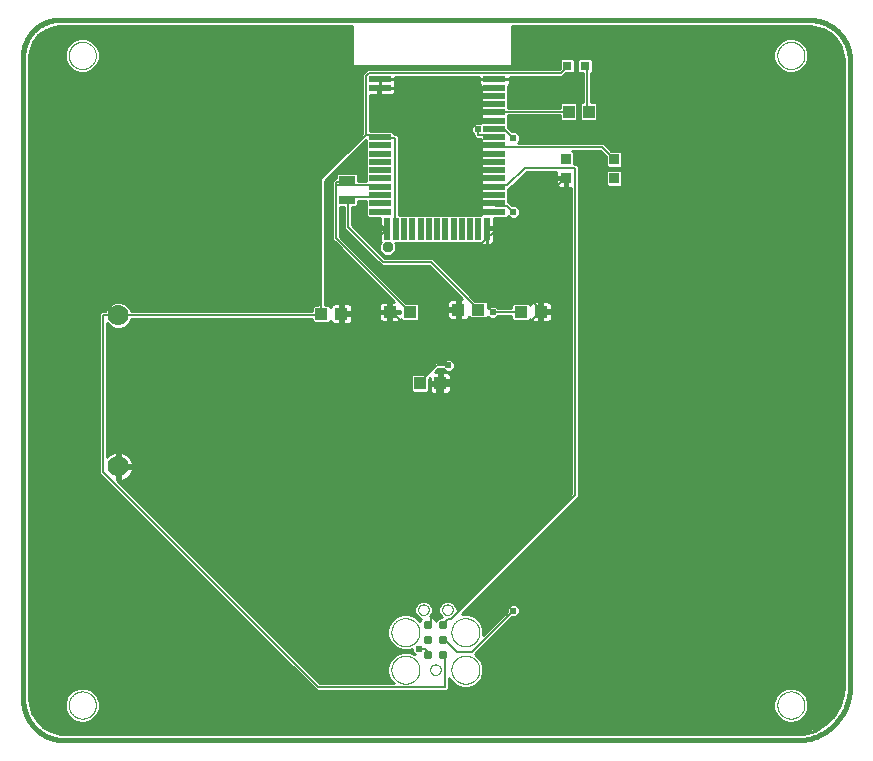
<source format=gtl>
G75*
%MOIN*%
%OFA0B0*%
%FSLAX25Y25*%
%IPPOS*%
%LPD*%
%AMOC8*
5,1,8,0,0,1.08239X$1,22.5*
%
%ADD10C,0.01600*%
%ADD11C,0.00000*%
%ADD12C,0.07000*%
%ADD13R,0.07283X0.01969*%
%ADD14R,0.01969X0.07283*%
%ADD15R,0.04331X0.03937*%
%ADD16R,0.03937X0.04331*%
%ADD17R,0.05512X0.02756*%
%ADD18R,0.03150X0.03150*%
%ADD19R,0.03543X0.03740*%
%ADD20C,0.03100*%
%ADD21C,0.00600*%
%ADD22C,0.02400*%
%ADD23C,0.01000*%
%ADD24OC8,0.03562*%
D10*
X0017183Y0004413D02*
X0261183Y0004413D01*
X0261614Y0004418D01*
X0262045Y0004434D01*
X0262475Y0004460D01*
X0262905Y0004496D01*
X0263333Y0004543D01*
X0263760Y0004600D01*
X0264186Y0004668D01*
X0264610Y0004745D01*
X0265032Y0004833D01*
X0265452Y0004931D01*
X0265869Y0005040D01*
X0266283Y0005158D01*
X0266695Y0005286D01*
X0267103Y0005424D01*
X0267508Y0005572D01*
X0267909Y0005730D01*
X0268306Y0005897D01*
X0268700Y0006074D01*
X0269088Y0006260D01*
X0269472Y0006456D01*
X0269851Y0006661D01*
X0270226Y0006875D01*
X0270595Y0007098D01*
X0270958Y0007330D01*
X0271316Y0007570D01*
X0271667Y0007820D01*
X0272013Y0008077D01*
X0272352Y0008343D01*
X0272685Y0008617D01*
X0273011Y0008899D01*
X0273330Y0009189D01*
X0273642Y0009486D01*
X0273947Y0009791D01*
X0274244Y0010103D01*
X0274534Y0010422D01*
X0274816Y0010748D01*
X0275090Y0011081D01*
X0275356Y0011420D01*
X0275613Y0011766D01*
X0275863Y0012117D01*
X0276103Y0012475D01*
X0276335Y0012838D01*
X0276558Y0013207D01*
X0276772Y0013582D01*
X0276977Y0013961D01*
X0277173Y0014345D01*
X0277359Y0014733D01*
X0277536Y0015127D01*
X0277703Y0015524D01*
X0277861Y0015925D01*
X0278009Y0016330D01*
X0278147Y0016738D01*
X0278275Y0017150D01*
X0278393Y0017564D01*
X0278502Y0017981D01*
X0278600Y0018401D01*
X0278688Y0018823D01*
X0278765Y0019247D01*
X0278833Y0019673D01*
X0278890Y0020100D01*
X0278937Y0020528D01*
X0278973Y0020958D01*
X0278999Y0021388D01*
X0279015Y0021819D01*
X0279020Y0022250D01*
X0279020Y0231116D01*
X0279019Y0231116D02*
X0279015Y0231441D01*
X0279003Y0231766D01*
X0278984Y0232091D01*
X0278956Y0232414D01*
X0278921Y0232738D01*
X0278878Y0233060D01*
X0278827Y0233381D01*
X0278768Y0233701D01*
X0278702Y0234019D01*
X0278628Y0234336D01*
X0278546Y0234650D01*
X0278457Y0234963D01*
X0278361Y0235274D01*
X0278256Y0235581D01*
X0278145Y0235887D01*
X0278026Y0236189D01*
X0277900Y0236489D01*
X0277766Y0236786D01*
X0277626Y0237079D01*
X0277478Y0237368D01*
X0277323Y0237654D01*
X0277162Y0237937D01*
X0276994Y0238215D01*
X0276819Y0238489D01*
X0276637Y0238759D01*
X0276450Y0239024D01*
X0276255Y0239285D01*
X0276055Y0239541D01*
X0275848Y0239792D01*
X0275635Y0240038D01*
X0275417Y0240278D01*
X0275193Y0240514D01*
X0274963Y0240744D01*
X0274727Y0240968D01*
X0274487Y0241186D01*
X0274241Y0241399D01*
X0273990Y0241606D01*
X0273734Y0241806D01*
X0273473Y0242001D01*
X0273208Y0242188D01*
X0272938Y0242370D01*
X0272664Y0242545D01*
X0272386Y0242713D01*
X0272103Y0242874D01*
X0271817Y0243029D01*
X0271528Y0243177D01*
X0271235Y0243317D01*
X0270938Y0243451D01*
X0270638Y0243577D01*
X0270336Y0243696D01*
X0270030Y0243807D01*
X0269723Y0243912D01*
X0269412Y0244008D01*
X0269099Y0244097D01*
X0268785Y0244179D01*
X0268468Y0244253D01*
X0268150Y0244319D01*
X0267830Y0244378D01*
X0267509Y0244429D01*
X0267187Y0244472D01*
X0266863Y0244507D01*
X0266540Y0244535D01*
X0266215Y0244554D01*
X0265890Y0244566D01*
X0265565Y0244570D01*
X0265565Y0244571D02*
X0015369Y0244571D01*
X0015080Y0244568D01*
X0014792Y0244557D01*
X0014504Y0244540D01*
X0014217Y0244515D01*
X0013930Y0244484D01*
X0013644Y0244446D01*
X0013359Y0244401D01*
X0013075Y0244349D01*
X0012793Y0244290D01*
X0012512Y0244224D01*
X0012232Y0244152D01*
X0011955Y0244072D01*
X0011679Y0243987D01*
X0011406Y0243894D01*
X0011135Y0243795D01*
X0010866Y0243690D01*
X0010601Y0243577D01*
X0010337Y0243459D01*
X0010077Y0243334D01*
X0009820Y0243203D01*
X0009566Y0243066D01*
X0009316Y0242923D01*
X0009069Y0242774D01*
X0008826Y0242618D01*
X0008586Y0242457D01*
X0008351Y0242291D01*
X0008119Y0242118D01*
X0007892Y0241940D01*
X0007670Y0241757D01*
X0007451Y0241568D01*
X0007238Y0241374D01*
X0007029Y0241175D01*
X0006825Y0240971D01*
X0006626Y0240762D01*
X0006432Y0240549D01*
X0006243Y0240330D01*
X0006060Y0240108D01*
X0005882Y0239881D01*
X0005709Y0239649D01*
X0005543Y0239414D01*
X0005382Y0239174D01*
X0005226Y0238931D01*
X0005077Y0238684D01*
X0004934Y0238434D01*
X0004797Y0238180D01*
X0004666Y0237923D01*
X0004541Y0237663D01*
X0004423Y0237399D01*
X0004310Y0237134D01*
X0004205Y0236865D01*
X0004106Y0236594D01*
X0004013Y0236321D01*
X0003928Y0236045D01*
X0003848Y0235768D01*
X0003776Y0235488D01*
X0003710Y0235207D01*
X0003651Y0234925D01*
X0003599Y0234641D01*
X0003554Y0234356D01*
X0003516Y0234070D01*
X0003485Y0233783D01*
X0003460Y0233496D01*
X0003443Y0233208D01*
X0003432Y0232920D01*
X0003429Y0232631D01*
X0003429Y0018168D01*
X0003433Y0017836D01*
X0003445Y0017503D01*
X0003465Y0017172D01*
X0003493Y0016841D01*
X0003529Y0016510D01*
X0003573Y0016181D01*
X0003625Y0015852D01*
X0003685Y0015525D01*
X0003753Y0015200D01*
X0003829Y0014876D01*
X0003912Y0014555D01*
X0004003Y0014235D01*
X0004102Y0013918D01*
X0004209Y0013603D01*
X0004323Y0013291D01*
X0004444Y0012981D01*
X0004573Y0012675D01*
X0004710Y0012372D01*
X0004854Y0012072D01*
X0005004Y0011776D01*
X0005162Y0011484D01*
X0005327Y0011195D01*
X0005499Y0010911D01*
X0005678Y0010631D01*
X0005864Y0010355D01*
X0006056Y0010084D01*
X0006254Y0009817D01*
X0006459Y0009555D01*
X0006671Y0009299D01*
X0006888Y0009047D01*
X0007111Y0008801D01*
X0007341Y0008561D01*
X0007576Y0008326D01*
X0007816Y0008096D01*
X0008062Y0007873D01*
X0008314Y0007656D01*
X0008570Y0007444D01*
X0008832Y0007239D01*
X0009099Y0007041D01*
X0009370Y0006849D01*
X0009646Y0006663D01*
X0009926Y0006484D01*
X0010210Y0006312D01*
X0010499Y0006147D01*
X0010791Y0005989D01*
X0011087Y0005839D01*
X0011387Y0005695D01*
X0011690Y0005558D01*
X0011996Y0005429D01*
X0012306Y0005308D01*
X0012618Y0005194D01*
X0012933Y0005087D01*
X0013250Y0004988D01*
X0013570Y0004897D01*
X0013891Y0004814D01*
X0014215Y0004738D01*
X0014540Y0004670D01*
X0014867Y0004610D01*
X0015196Y0004558D01*
X0015525Y0004514D01*
X0015856Y0004478D01*
X0016187Y0004450D01*
X0016518Y0004430D01*
X0016851Y0004418D01*
X0017183Y0004414D01*
D11*
X0018586Y0016224D02*
X0018588Y0016358D01*
X0018594Y0016492D01*
X0018604Y0016626D01*
X0018618Y0016760D01*
X0018636Y0016893D01*
X0018657Y0017025D01*
X0018683Y0017157D01*
X0018713Y0017288D01*
X0018746Y0017418D01*
X0018783Y0017546D01*
X0018825Y0017674D01*
X0018869Y0017801D01*
X0018918Y0017926D01*
X0018970Y0018049D01*
X0019026Y0018171D01*
X0019086Y0018292D01*
X0019149Y0018410D01*
X0019215Y0018527D01*
X0019285Y0018641D01*
X0019358Y0018754D01*
X0019435Y0018864D01*
X0019515Y0018972D01*
X0019598Y0019077D01*
X0019684Y0019180D01*
X0019773Y0019280D01*
X0019865Y0019378D01*
X0019960Y0019473D01*
X0020058Y0019565D01*
X0020158Y0019654D01*
X0020261Y0019740D01*
X0020366Y0019823D01*
X0020474Y0019903D01*
X0020584Y0019980D01*
X0020697Y0020053D01*
X0020811Y0020123D01*
X0020928Y0020189D01*
X0021046Y0020252D01*
X0021167Y0020312D01*
X0021289Y0020368D01*
X0021412Y0020420D01*
X0021537Y0020469D01*
X0021664Y0020513D01*
X0021792Y0020555D01*
X0021920Y0020592D01*
X0022050Y0020625D01*
X0022181Y0020655D01*
X0022313Y0020681D01*
X0022445Y0020702D01*
X0022578Y0020720D01*
X0022712Y0020734D01*
X0022846Y0020744D01*
X0022980Y0020750D01*
X0023114Y0020752D01*
X0023248Y0020750D01*
X0023382Y0020744D01*
X0023516Y0020734D01*
X0023650Y0020720D01*
X0023783Y0020702D01*
X0023915Y0020681D01*
X0024047Y0020655D01*
X0024178Y0020625D01*
X0024308Y0020592D01*
X0024436Y0020555D01*
X0024564Y0020513D01*
X0024691Y0020469D01*
X0024816Y0020420D01*
X0024939Y0020368D01*
X0025061Y0020312D01*
X0025182Y0020252D01*
X0025300Y0020189D01*
X0025417Y0020123D01*
X0025531Y0020053D01*
X0025644Y0019980D01*
X0025754Y0019903D01*
X0025862Y0019823D01*
X0025967Y0019740D01*
X0026070Y0019654D01*
X0026170Y0019565D01*
X0026268Y0019473D01*
X0026363Y0019378D01*
X0026455Y0019280D01*
X0026544Y0019180D01*
X0026630Y0019077D01*
X0026713Y0018972D01*
X0026793Y0018864D01*
X0026870Y0018754D01*
X0026943Y0018641D01*
X0027013Y0018527D01*
X0027079Y0018410D01*
X0027142Y0018292D01*
X0027202Y0018171D01*
X0027258Y0018049D01*
X0027310Y0017926D01*
X0027359Y0017801D01*
X0027403Y0017674D01*
X0027445Y0017546D01*
X0027482Y0017418D01*
X0027515Y0017288D01*
X0027545Y0017157D01*
X0027571Y0017025D01*
X0027592Y0016893D01*
X0027610Y0016760D01*
X0027624Y0016626D01*
X0027634Y0016492D01*
X0027640Y0016358D01*
X0027642Y0016224D01*
X0027640Y0016090D01*
X0027634Y0015956D01*
X0027624Y0015822D01*
X0027610Y0015688D01*
X0027592Y0015555D01*
X0027571Y0015423D01*
X0027545Y0015291D01*
X0027515Y0015160D01*
X0027482Y0015030D01*
X0027445Y0014902D01*
X0027403Y0014774D01*
X0027359Y0014647D01*
X0027310Y0014522D01*
X0027258Y0014399D01*
X0027202Y0014277D01*
X0027142Y0014156D01*
X0027079Y0014038D01*
X0027013Y0013921D01*
X0026943Y0013807D01*
X0026870Y0013694D01*
X0026793Y0013584D01*
X0026713Y0013476D01*
X0026630Y0013371D01*
X0026544Y0013268D01*
X0026455Y0013168D01*
X0026363Y0013070D01*
X0026268Y0012975D01*
X0026170Y0012883D01*
X0026070Y0012794D01*
X0025967Y0012708D01*
X0025862Y0012625D01*
X0025754Y0012545D01*
X0025644Y0012468D01*
X0025531Y0012395D01*
X0025417Y0012325D01*
X0025300Y0012259D01*
X0025182Y0012196D01*
X0025061Y0012136D01*
X0024939Y0012080D01*
X0024816Y0012028D01*
X0024691Y0011979D01*
X0024564Y0011935D01*
X0024436Y0011893D01*
X0024308Y0011856D01*
X0024178Y0011823D01*
X0024047Y0011793D01*
X0023915Y0011767D01*
X0023783Y0011746D01*
X0023650Y0011728D01*
X0023516Y0011714D01*
X0023382Y0011704D01*
X0023248Y0011698D01*
X0023114Y0011696D01*
X0022980Y0011698D01*
X0022846Y0011704D01*
X0022712Y0011714D01*
X0022578Y0011728D01*
X0022445Y0011746D01*
X0022313Y0011767D01*
X0022181Y0011793D01*
X0022050Y0011823D01*
X0021920Y0011856D01*
X0021792Y0011893D01*
X0021664Y0011935D01*
X0021537Y0011979D01*
X0021412Y0012028D01*
X0021289Y0012080D01*
X0021167Y0012136D01*
X0021046Y0012196D01*
X0020928Y0012259D01*
X0020811Y0012325D01*
X0020697Y0012395D01*
X0020584Y0012468D01*
X0020474Y0012545D01*
X0020366Y0012625D01*
X0020261Y0012708D01*
X0020158Y0012794D01*
X0020058Y0012883D01*
X0019960Y0012975D01*
X0019865Y0013070D01*
X0019773Y0013168D01*
X0019684Y0013268D01*
X0019598Y0013371D01*
X0019515Y0013476D01*
X0019435Y0013584D01*
X0019358Y0013694D01*
X0019285Y0013807D01*
X0019215Y0013921D01*
X0019149Y0014038D01*
X0019086Y0014156D01*
X0019026Y0014277D01*
X0018970Y0014399D01*
X0018918Y0014522D01*
X0018869Y0014647D01*
X0018825Y0014774D01*
X0018783Y0014902D01*
X0018746Y0015030D01*
X0018713Y0015160D01*
X0018683Y0015291D01*
X0018657Y0015423D01*
X0018636Y0015555D01*
X0018618Y0015688D01*
X0018604Y0015822D01*
X0018594Y0015956D01*
X0018588Y0016090D01*
X0018586Y0016224D01*
X0126156Y0027996D02*
X0126158Y0028133D01*
X0126164Y0028269D01*
X0126174Y0028405D01*
X0126188Y0028541D01*
X0126206Y0028677D01*
X0126228Y0028812D01*
X0126253Y0028946D01*
X0126283Y0029079D01*
X0126317Y0029211D01*
X0126354Y0029343D01*
X0126395Y0029473D01*
X0126441Y0029602D01*
X0126489Y0029730D01*
X0126542Y0029856D01*
X0126598Y0029980D01*
X0126658Y0030103D01*
X0126721Y0030224D01*
X0126788Y0030343D01*
X0126858Y0030460D01*
X0126932Y0030576D01*
X0127009Y0030688D01*
X0127089Y0030799D01*
X0127173Y0030907D01*
X0127260Y0031013D01*
X0127349Y0031116D01*
X0127442Y0031216D01*
X0127537Y0031314D01*
X0127636Y0031409D01*
X0127737Y0031501D01*
X0127841Y0031589D01*
X0127947Y0031675D01*
X0128056Y0031758D01*
X0128167Y0031837D01*
X0128280Y0031914D01*
X0128396Y0031987D01*
X0128513Y0032056D01*
X0128633Y0032122D01*
X0128754Y0032184D01*
X0128878Y0032243D01*
X0129003Y0032299D01*
X0129129Y0032350D01*
X0129257Y0032398D01*
X0129386Y0032442D01*
X0129517Y0032483D01*
X0129649Y0032519D01*
X0129781Y0032552D01*
X0129915Y0032580D01*
X0130049Y0032605D01*
X0130184Y0032626D01*
X0130320Y0032643D01*
X0130456Y0032656D01*
X0130592Y0032665D01*
X0130729Y0032670D01*
X0130865Y0032671D01*
X0131002Y0032668D01*
X0131138Y0032661D01*
X0131274Y0032650D01*
X0131410Y0032635D01*
X0131545Y0032616D01*
X0131680Y0032593D01*
X0131814Y0032566D01*
X0131947Y0032536D01*
X0132079Y0032501D01*
X0132211Y0032463D01*
X0132340Y0032421D01*
X0132469Y0032375D01*
X0132596Y0032325D01*
X0132722Y0032271D01*
X0132846Y0032214D01*
X0132969Y0032154D01*
X0133089Y0032089D01*
X0133208Y0032022D01*
X0133324Y0031951D01*
X0133439Y0031876D01*
X0133551Y0031798D01*
X0133661Y0031717D01*
X0133769Y0031633D01*
X0133874Y0031545D01*
X0133976Y0031455D01*
X0134076Y0031362D01*
X0134173Y0031265D01*
X0134267Y0031166D01*
X0134358Y0031065D01*
X0134446Y0030960D01*
X0134531Y0030853D01*
X0134613Y0030744D01*
X0134692Y0030632D01*
X0134767Y0030518D01*
X0134839Y0030402D01*
X0134908Y0030284D01*
X0134973Y0030164D01*
X0135035Y0030042D01*
X0135093Y0029918D01*
X0135147Y0029793D01*
X0135198Y0029666D01*
X0135244Y0029538D01*
X0135288Y0029408D01*
X0135327Y0029277D01*
X0135363Y0029145D01*
X0135394Y0029012D01*
X0135422Y0028879D01*
X0135446Y0028744D01*
X0135466Y0028609D01*
X0135482Y0028473D01*
X0135494Y0028337D01*
X0135502Y0028201D01*
X0135506Y0028064D01*
X0135506Y0027928D01*
X0135502Y0027791D01*
X0135494Y0027655D01*
X0135482Y0027519D01*
X0135466Y0027383D01*
X0135446Y0027248D01*
X0135422Y0027113D01*
X0135394Y0026980D01*
X0135363Y0026847D01*
X0135327Y0026715D01*
X0135288Y0026584D01*
X0135244Y0026454D01*
X0135198Y0026326D01*
X0135147Y0026199D01*
X0135093Y0026074D01*
X0135035Y0025950D01*
X0134973Y0025828D01*
X0134908Y0025708D01*
X0134839Y0025590D01*
X0134767Y0025474D01*
X0134692Y0025360D01*
X0134613Y0025248D01*
X0134531Y0025139D01*
X0134446Y0025032D01*
X0134358Y0024927D01*
X0134267Y0024826D01*
X0134173Y0024727D01*
X0134076Y0024630D01*
X0133976Y0024537D01*
X0133874Y0024447D01*
X0133769Y0024359D01*
X0133661Y0024275D01*
X0133551Y0024194D01*
X0133439Y0024116D01*
X0133324Y0024041D01*
X0133208Y0023970D01*
X0133089Y0023903D01*
X0132969Y0023838D01*
X0132846Y0023778D01*
X0132722Y0023721D01*
X0132596Y0023667D01*
X0132469Y0023617D01*
X0132340Y0023571D01*
X0132211Y0023529D01*
X0132079Y0023491D01*
X0131947Y0023456D01*
X0131814Y0023426D01*
X0131680Y0023399D01*
X0131545Y0023376D01*
X0131410Y0023357D01*
X0131274Y0023342D01*
X0131138Y0023331D01*
X0131002Y0023324D01*
X0130865Y0023321D01*
X0130729Y0023322D01*
X0130592Y0023327D01*
X0130456Y0023336D01*
X0130320Y0023349D01*
X0130184Y0023366D01*
X0130049Y0023387D01*
X0129915Y0023412D01*
X0129781Y0023440D01*
X0129649Y0023473D01*
X0129517Y0023509D01*
X0129386Y0023550D01*
X0129257Y0023594D01*
X0129129Y0023642D01*
X0129003Y0023693D01*
X0128878Y0023749D01*
X0128754Y0023808D01*
X0128633Y0023870D01*
X0128513Y0023936D01*
X0128396Y0024005D01*
X0128280Y0024078D01*
X0128167Y0024155D01*
X0128056Y0024234D01*
X0127947Y0024317D01*
X0127841Y0024403D01*
X0127737Y0024491D01*
X0127636Y0024583D01*
X0127537Y0024678D01*
X0127442Y0024776D01*
X0127349Y0024876D01*
X0127260Y0024979D01*
X0127173Y0025085D01*
X0127089Y0025193D01*
X0127009Y0025304D01*
X0126932Y0025416D01*
X0126858Y0025532D01*
X0126788Y0025649D01*
X0126721Y0025768D01*
X0126658Y0025889D01*
X0126598Y0026012D01*
X0126542Y0026136D01*
X0126489Y0026262D01*
X0126441Y0026390D01*
X0126395Y0026519D01*
X0126354Y0026649D01*
X0126317Y0026781D01*
X0126283Y0026913D01*
X0126253Y0027046D01*
X0126228Y0027180D01*
X0126206Y0027315D01*
X0126188Y0027451D01*
X0126174Y0027587D01*
X0126164Y0027723D01*
X0126158Y0027859D01*
X0126156Y0027996D01*
X0126156Y0040496D02*
X0126158Y0040633D01*
X0126164Y0040769D01*
X0126174Y0040905D01*
X0126188Y0041041D01*
X0126206Y0041177D01*
X0126228Y0041312D01*
X0126253Y0041446D01*
X0126283Y0041579D01*
X0126317Y0041711D01*
X0126354Y0041843D01*
X0126395Y0041973D01*
X0126441Y0042102D01*
X0126489Y0042230D01*
X0126542Y0042356D01*
X0126598Y0042480D01*
X0126658Y0042603D01*
X0126721Y0042724D01*
X0126788Y0042843D01*
X0126858Y0042960D01*
X0126932Y0043076D01*
X0127009Y0043188D01*
X0127089Y0043299D01*
X0127173Y0043407D01*
X0127260Y0043513D01*
X0127349Y0043616D01*
X0127442Y0043716D01*
X0127537Y0043814D01*
X0127636Y0043909D01*
X0127737Y0044001D01*
X0127841Y0044089D01*
X0127947Y0044175D01*
X0128056Y0044258D01*
X0128167Y0044337D01*
X0128280Y0044414D01*
X0128396Y0044487D01*
X0128513Y0044556D01*
X0128633Y0044622D01*
X0128754Y0044684D01*
X0128878Y0044743D01*
X0129003Y0044799D01*
X0129129Y0044850D01*
X0129257Y0044898D01*
X0129386Y0044942D01*
X0129517Y0044983D01*
X0129649Y0045019D01*
X0129781Y0045052D01*
X0129915Y0045080D01*
X0130049Y0045105D01*
X0130184Y0045126D01*
X0130320Y0045143D01*
X0130456Y0045156D01*
X0130592Y0045165D01*
X0130729Y0045170D01*
X0130865Y0045171D01*
X0131002Y0045168D01*
X0131138Y0045161D01*
X0131274Y0045150D01*
X0131410Y0045135D01*
X0131545Y0045116D01*
X0131680Y0045093D01*
X0131814Y0045066D01*
X0131947Y0045036D01*
X0132079Y0045001D01*
X0132211Y0044963D01*
X0132340Y0044921D01*
X0132469Y0044875D01*
X0132596Y0044825D01*
X0132722Y0044771D01*
X0132846Y0044714D01*
X0132969Y0044654D01*
X0133089Y0044589D01*
X0133208Y0044522D01*
X0133324Y0044451D01*
X0133439Y0044376D01*
X0133551Y0044298D01*
X0133661Y0044217D01*
X0133769Y0044133D01*
X0133874Y0044045D01*
X0133976Y0043955D01*
X0134076Y0043862D01*
X0134173Y0043765D01*
X0134267Y0043666D01*
X0134358Y0043565D01*
X0134446Y0043460D01*
X0134531Y0043353D01*
X0134613Y0043244D01*
X0134692Y0043132D01*
X0134767Y0043018D01*
X0134839Y0042902D01*
X0134908Y0042784D01*
X0134973Y0042664D01*
X0135035Y0042542D01*
X0135093Y0042418D01*
X0135147Y0042293D01*
X0135198Y0042166D01*
X0135244Y0042038D01*
X0135288Y0041908D01*
X0135327Y0041777D01*
X0135363Y0041645D01*
X0135394Y0041512D01*
X0135422Y0041379D01*
X0135446Y0041244D01*
X0135466Y0041109D01*
X0135482Y0040973D01*
X0135494Y0040837D01*
X0135502Y0040701D01*
X0135506Y0040564D01*
X0135506Y0040428D01*
X0135502Y0040291D01*
X0135494Y0040155D01*
X0135482Y0040019D01*
X0135466Y0039883D01*
X0135446Y0039748D01*
X0135422Y0039613D01*
X0135394Y0039480D01*
X0135363Y0039347D01*
X0135327Y0039215D01*
X0135288Y0039084D01*
X0135244Y0038954D01*
X0135198Y0038826D01*
X0135147Y0038699D01*
X0135093Y0038574D01*
X0135035Y0038450D01*
X0134973Y0038328D01*
X0134908Y0038208D01*
X0134839Y0038090D01*
X0134767Y0037974D01*
X0134692Y0037860D01*
X0134613Y0037748D01*
X0134531Y0037639D01*
X0134446Y0037532D01*
X0134358Y0037427D01*
X0134267Y0037326D01*
X0134173Y0037227D01*
X0134076Y0037130D01*
X0133976Y0037037D01*
X0133874Y0036947D01*
X0133769Y0036859D01*
X0133661Y0036775D01*
X0133551Y0036694D01*
X0133439Y0036616D01*
X0133324Y0036541D01*
X0133208Y0036470D01*
X0133089Y0036403D01*
X0132969Y0036338D01*
X0132846Y0036278D01*
X0132722Y0036221D01*
X0132596Y0036167D01*
X0132469Y0036117D01*
X0132340Y0036071D01*
X0132211Y0036029D01*
X0132079Y0035991D01*
X0131947Y0035956D01*
X0131814Y0035926D01*
X0131680Y0035899D01*
X0131545Y0035876D01*
X0131410Y0035857D01*
X0131274Y0035842D01*
X0131138Y0035831D01*
X0131002Y0035824D01*
X0130865Y0035821D01*
X0130729Y0035822D01*
X0130592Y0035827D01*
X0130456Y0035836D01*
X0130320Y0035849D01*
X0130184Y0035866D01*
X0130049Y0035887D01*
X0129915Y0035912D01*
X0129781Y0035940D01*
X0129649Y0035973D01*
X0129517Y0036009D01*
X0129386Y0036050D01*
X0129257Y0036094D01*
X0129129Y0036142D01*
X0129003Y0036193D01*
X0128878Y0036249D01*
X0128754Y0036308D01*
X0128633Y0036370D01*
X0128513Y0036436D01*
X0128396Y0036505D01*
X0128280Y0036578D01*
X0128167Y0036655D01*
X0128056Y0036734D01*
X0127947Y0036817D01*
X0127841Y0036903D01*
X0127737Y0036991D01*
X0127636Y0037083D01*
X0127537Y0037178D01*
X0127442Y0037276D01*
X0127349Y0037376D01*
X0127260Y0037479D01*
X0127173Y0037585D01*
X0127089Y0037693D01*
X0127009Y0037804D01*
X0126932Y0037916D01*
X0126858Y0038032D01*
X0126788Y0038149D01*
X0126721Y0038268D01*
X0126658Y0038389D01*
X0126598Y0038512D01*
X0126542Y0038636D01*
X0126489Y0038762D01*
X0126441Y0038890D01*
X0126395Y0039019D01*
X0126354Y0039149D01*
X0126317Y0039281D01*
X0126283Y0039413D01*
X0126253Y0039546D01*
X0126228Y0039680D01*
X0126206Y0039815D01*
X0126188Y0039951D01*
X0126174Y0040087D01*
X0126164Y0040223D01*
X0126158Y0040359D01*
X0126156Y0040496D01*
X0135081Y0047996D02*
X0135083Y0048079D01*
X0135089Y0048162D01*
X0135099Y0048245D01*
X0135113Y0048327D01*
X0135130Y0048409D01*
X0135152Y0048489D01*
X0135177Y0048568D01*
X0135206Y0048646D01*
X0135239Y0048723D01*
X0135276Y0048798D01*
X0135315Y0048871D01*
X0135359Y0048942D01*
X0135405Y0049011D01*
X0135455Y0049078D01*
X0135508Y0049142D01*
X0135564Y0049204D01*
X0135623Y0049263D01*
X0135685Y0049319D01*
X0135749Y0049372D01*
X0135816Y0049422D01*
X0135885Y0049468D01*
X0135956Y0049512D01*
X0136029Y0049551D01*
X0136104Y0049588D01*
X0136181Y0049621D01*
X0136259Y0049650D01*
X0136338Y0049675D01*
X0136418Y0049697D01*
X0136500Y0049714D01*
X0136582Y0049728D01*
X0136665Y0049738D01*
X0136748Y0049744D01*
X0136831Y0049746D01*
X0136914Y0049744D01*
X0136997Y0049738D01*
X0137080Y0049728D01*
X0137162Y0049714D01*
X0137244Y0049697D01*
X0137324Y0049675D01*
X0137403Y0049650D01*
X0137481Y0049621D01*
X0137558Y0049588D01*
X0137633Y0049551D01*
X0137706Y0049512D01*
X0137777Y0049468D01*
X0137846Y0049422D01*
X0137913Y0049372D01*
X0137977Y0049319D01*
X0138039Y0049263D01*
X0138098Y0049204D01*
X0138154Y0049142D01*
X0138207Y0049078D01*
X0138257Y0049011D01*
X0138303Y0048942D01*
X0138347Y0048871D01*
X0138386Y0048798D01*
X0138423Y0048723D01*
X0138456Y0048646D01*
X0138485Y0048568D01*
X0138510Y0048489D01*
X0138532Y0048409D01*
X0138549Y0048327D01*
X0138563Y0048245D01*
X0138573Y0048162D01*
X0138579Y0048079D01*
X0138581Y0047996D01*
X0138579Y0047913D01*
X0138573Y0047830D01*
X0138563Y0047747D01*
X0138549Y0047665D01*
X0138532Y0047583D01*
X0138510Y0047503D01*
X0138485Y0047424D01*
X0138456Y0047346D01*
X0138423Y0047269D01*
X0138386Y0047194D01*
X0138347Y0047121D01*
X0138303Y0047050D01*
X0138257Y0046981D01*
X0138207Y0046914D01*
X0138154Y0046850D01*
X0138098Y0046788D01*
X0138039Y0046729D01*
X0137977Y0046673D01*
X0137913Y0046620D01*
X0137846Y0046570D01*
X0137777Y0046524D01*
X0137706Y0046480D01*
X0137633Y0046441D01*
X0137558Y0046404D01*
X0137481Y0046371D01*
X0137403Y0046342D01*
X0137324Y0046317D01*
X0137244Y0046295D01*
X0137162Y0046278D01*
X0137080Y0046264D01*
X0136997Y0046254D01*
X0136914Y0046248D01*
X0136831Y0046246D01*
X0136748Y0046248D01*
X0136665Y0046254D01*
X0136582Y0046264D01*
X0136500Y0046278D01*
X0136418Y0046295D01*
X0136338Y0046317D01*
X0136259Y0046342D01*
X0136181Y0046371D01*
X0136104Y0046404D01*
X0136029Y0046441D01*
X0135956Y0046480D01*
X0135885Y0046524D01*
X0135816Y0046570D01*
X0135749Y0046620D01*
X0135685Y0046673D01*
X0135623Y0046729D01*
X0135564Y0046788D01*
X0135508Y0046850D01*
X0135455Y0046914D01*
X0135405Y0046981D01*
X0135359Y0047050D01*
X0135315Y0047121D01*
X0135276Y0047194D01*
X0135239Y0047269D01*
X0135206Y0047346D01*
X0135177Y0047424D01*
X0135152Y0047503D01*
X0135130Y0047583D01*
X0135113Y0047665D01*
X0135099Y0047747D01*
X0135089Y0047830D01*
X0135083Y0047913D01*
X0135081Y0047996D01*
X0143081Y0047996D02*
X0143083Y0048079D01*
X0143089Y0048162D01*
X0143099Y0048245D01*
X0143113Y0048327D01*
X0143130Y0048409D01*
X0143152Y0048489D01*
X0143177Y0048568D01*
X0143206Y0048646D01*
X0143239Y0048723D01*
X0143276Y0048798D01*
X0143315Y0048871D01*
X0143359Y0048942D01*
X0143405Y0049011D01*
X0143455Y0049078D01*
X0143508Y0049142D01*
X0143564Y0049204D01*
X0143623Y0049263D01*
X0143685Y0049319D01*
X0143749Y0049372D01*
X0143816Y0049422D01*
X0143885Y0049468D01*
X0143956Y0049512D01*
X0144029Y0049551D01*
X0144104Y0049588D01*
X0144181Y0049621D01*
X0144259Y0049650D01*
X0144338Y0049675D01*
X0144418Y0049697D01*
X0144500Y0049714D01*
X0144582Y0049728D01*
X0144665Y0049738D01*
X0144748Y0049744D01*
X0144831Y0049746D01*
X0144914Y0049744D01*
X0144997Y0049738D01*
X0145080Y0049728D01*
X0145162Y0049714D01*
X0145244Y0049697D01*
X0145324Y0049675D01*
X0145403Y0049650D01*
X0145481Y0049621D01*
X0145558Y0049588D01*
X0145633Y0049551D01*
X0145706Y0049512D01*
X0145777Y0049468D01*
X0145846Y0049422D01*
X0145913Y0049372D01*
X0145977Y0049319D01*
X0146039Y0049263D01*
X0146098Y0049204D01*
X0146154Y0049142D01*
X0146207Y0049078D01*
X0146257Y0049011D01*
X0146303Y0048942D01*
X0146347Y0048871D01*
X0146386Y0048798D01*
X0146423Y0048723D01*
X0146456Y0048646D01*
X0146485Y0048568D01*
X0146510Y0048489D01*
X0146532Y0048409D01*
X0146549Y0048327D01*
X0146563Y0048245D01*
X0146573Y0048162D01*
X0146579Y0048079D01*
X0146581Y0047996D01*
X0146579Y0047913D01*
X0146573Y0047830D01*
X0146563Y0047747D01*
X0146549Y0047665D01*
X0146532Y0047583D01*
X0146510Y0047503D01*
X0146485Y0047424D01*
X0146456Y0047346D01*
X0146423Y0047269D01*
X0146386Y0047194D01*
X0146347Y0047121D01*
X0146303Y0047050D01*
X0146257Y0046981D01*
X0146207Y0046914D01*
X0146154Y0046850D01*
X0146098Y0046788D01*
X0146039Y0046729D01*
X0145977Y0046673D01*
X0145913Y0046620D01*
X0145846Y0046570D01*
X0145777Y0046524D01*
X0145706Y0046480D01*
X0145633Y0046441D01*
X0145558Y0046404D01*
X0145481Y0046371D01*
X0145403Y0046342D01*
X0145324Y0046317D01*
X0145244Y0046295D01*
X0145162Y0046278D01*
X0145080Y0046264D01*
X0144997Y0046254D01*
X0144914Y0046248D01*
X0144831Y0046246D01*
X0144748Y0046248D01*
X0144665Y0046254D01*
X0144582Y0046264D01*
X0144500Y0046278D01*
X0144418Y0046295D01*
X0144338Y0046317D01*
X0144259Y0046342D01*
X0144181Y0046371D01*
X0144104Y0046404D01*
X0144029Y0046441D01*
X0143956Y0046480D01*
X0143885Y0046524D01*
X0143816Y0046570D01*
X0143749Y0046620D01*
X0143685Y0046673D01*
X0143623Y0046729D01*
X0143564Y0046788D01*
X0143508Y0046850D01*
X0143455Y0046914D01*
X0143405Y0046981D01*
X0143359Y0047050D01*
X0143315Y0047121D01*
X0143276Y0047194D01*
X0143239Y0047269D01*
X0143206Y0047346D01*
X0143177Y0047424D01*
X0143152Y0047503D01*
X0143130Y0047583D01*
X0143113Y0047665D01*
X0143099Y0047747D01*
X0143089Y0047830D01*
X0143083Y0047913D01*
X0143081Y0047996D01*
X0146156Y0040496D02*
X0146158Y0040633D01*
X0146164Y0040769D01*
X0146174Y0040905D01*
X0146188Y0041041D01*
X0146206Y0041177D01*
X0146228Y0041312D01*
X0146253Y0041446D01*
X0146283Y0041579D01*
X0146317Y0041711D01*
X0146354Y0041843D01*
X0146395Y0041973D01*
X0146441Y0042102D01*
X0146489Y0042230D01*
X0146542Y0042356D01*
X0146598Y0042480D01*
X0146658Y0042603D01*
X0146721Y0042724D01*
X0146788Y0042843D01*
X0146858Y0042960D01*
X0146932Y0043076D01*
X0147009Y0043188D01*
X0147089Y0043299D01*
X0147173Y0043407D01*
X0147260Y0043513D01*
X0147349Y0043616D01*
X0147442Y0043716D01*
X0147537Y0043814D01*
X0147636Y0043909D01*
X0147737Y0044001D01*
X0147841Y0044089D01*
X0147947Y0044175D01*
X0148056Y0044258D01*
X0148167Y0044337D01*
X0148280Y0044414D01*
X0148396Y0044487D01*
X0148513Y0044556D01*
X0148633Y0044622D01*
X0148754Y0044684D01*
X0148878Y0044743D01*
X0149003Y0044799D01*
X0149129Y0044850D01*
X0149257Y0044898D01*
X0149386Y0044942D01*
X0149517Y0044983D01*
X0149649Y0045019D01*
X0149781Y0045052D01*
X0149915Y0045080D01*
X0150049Y0045105D01*
X0150184Y0045126D01*
X0150320Y0045143D01*
X0150456Y0045156D01*
X0150592Y0045165D01*
X0150729Y0045170D01*
X0150865Y0045171D01*
X0151002Y0045168D01*
X0151138Y0045161D01*
X0151274Y0045150D01*
X0151410Y0045135D01*
X0151545Y0045116D01*
X0151680Y0045093D01*
X0151814Y0045066D01*
X0151947Y0045036D01*
X0152079Y0045001D01*
X0152211Y0044963D01*
X0152340Y0044921D01*
X0152469Y0044875D01*
X0152596Y0044825D01*
X0152722Y0044771D01*
X0152846Y0044714D01*
X0152969Y0044654D01*
X0153089Y0044589D01*
X0153208Y0044522D01*
X0153324Y0044451D01*
X0153439Y0044376D01*
X0153551Y0044298D01*
X0153661Y0044217D01*
X0153769Y0044133D01*
X0153874Y0044045D01*
X0153976Y0043955D01*
X0154076Y0043862D01*
X0154173Y0043765D01*
X0154267Y0043666D01*
X0154358Y0043565D01*
X0154446Y0043460D01*
X0154531Y0043353D01*
X0154613Y0043244D01*
X0154692Y0043132D01*
X0154767Y0043018D01*
X0154839Y0042902D01*
X0154908Y0042784D01*
X0154973Y0042664D01*
X0155035Y0042542D01*
X0155093Y0042418D01*
X0155147Y0042293D01*
X0155198Y0042166D01*
X0155244Y0042038D01*
X0155288Y0041908D01*
X0155327Y0041777D01*
X0155363Y0041645D01*
X0155394Y0041512D01*
X0155422Y0041379D01*
X0155446Y0041244D01*
X0155466Y0041109D01*
X0155482Y0040973D01*
X0155494Y0040837D01*
X0155502Y0040701D01*
X0155506Y0040564D01*
X0155506Y0040428D01*
X0155502Y0040291D01*
X0155494Y0040155D01*
X0155482Y0040019D01*
X0155466Y0039883D01*
X0155446Y0039748D01*
X0155422Y0039613D01*
X0155394Y0039480D01*
X0155363Y0039347D01*
X0155327Y0039215D01*
X0155288Y0039084D01*
X0155244Y0038954D01*
X0155198Y0038826D01*
X0155147Y0038699D01*
X0155093Y0038574D01*
X0155035Y0038450D01*
X0154973Y0038328D01*
X0154908Y0038208D01*
X0154839Y0038090D01*
X0154767Y0037974D01*
X0154692Y0037860D01*
X0154613Y0037748D01*
X0154531Y0037639D01*
X0154446Y0037532D01*
X0154358Y0037427D01*
X0154267Y0037326D01*
X0154173Y0037227D01*
X0154076Y0037130D01*
X0153976Y0037037D01*
X0153874Y0036947D01*
X0153769Y0036859D01*
X0153661Y0036775D01*
X0153551Y0036694D01*
X0153439Y0036616D01*
X0153324Y0036541D01*
X0153208Y0036470D01*
X0153089Y0036403D01*
X0152969Y0036338D01*
X0152846Y0036278D01*
X0152722Y0036221D01*
X0152596Y0036167D01*
X0152469Y0036117D01*
X0152340Y0036071D01*
X0152211Y0036029D01*
X0152079Y0035991D01*
X0151947Y0035956D01*
X0151814Y0035926D01*
X0151680Y0035899D01*
X0151545Y0035876D01*
X0151410Y0035857D01*
X0151274Y0035842D01*
X0151138Y0035831D01*
X0151002Y0035824D01*
X0150865Y0035821D01*
X0150729Y0035822D01*
X0150592Y0035827D01*
X0150456Y0035836D01*
X0150320Y0035849D01*
X0150184Y0035866D01*
X0150049Y0035887D01*
X0149915Y0035912D01*
X0149781Y0035940D01*
X0149649Y0035973D01*
X0149517Y0036009D01*
X0149386Y0036050D01*
X0149257Y0036094D01*
X0149129Y0036142D01*
X0149003Y0036193D01*
X0148878Y0036249D01*
X0148754Y0036308D01*
X0148633Y0036370D01*
X0148513Y0036436D01*
X0148396Y0036505D01*
X0148280Y0036578D01*
X0148167Y0036655D01*
X0148056Y0036734D01*
X0147947Y0036817D01*
X0147841Y0036903D01*
X0147737Y0036991D01*
X0147636Y0037083D01*
X0147537Y0037178D01*
X0147442Y0037276D01*
X0147349Y0037376D01*
X0147260Y0037479D01*
X0147173Y0037585D01*
X0147089Y0037693D01*
X0147009Y0037804D01*
X0146932Y0037916D01*
X0146858Y0038032D01*
X0146788Y0038149D01*
X0146721Y0038268D01*
X0146658Y0038389D01*
X0146598Y0038512D01*
X0146542Y0038636D01*
X0146489Y0038762D01*
X0146441Y0038890D01*
X0146395Y0039019D01*
X0146354Y0039149D01*
X0146317Y0039281D01*
X0146283Y0039413D01*
X0146253Y0039546D01*
X0146228Y0039680D01*
X0146206Y0039815D01*
X0146188Y0039951D01*
X0146174Y0040087D01*
X0146164Y0040223D01*
X0146158Y0040359D01*
X0146156Y0040496D01*
X0146156Y0027996D02*
X0146158Y0028133D01*
X0146164Y0028269D01*
X0146174Y0028405D01*
X0146188Y0028541D01*
X0146206Y0028677D01*
X0146228Y0028812D01*
X0146253Y0028946D01*
X0146283Y0029079D01*
X0146317Y0029211D01*
X0146354Y0029343D01*
X0146395Y0029473D01*
X0146441Y0029602D01*
X0146489Y0029730D01*
X0146542Y0029856D01*
X0146598Y0029980D01*
X0146658Y0030103D01*
X0146721Y0030224D01*
X0146788Y0030343D01*
X0146858Y0030460D01*
X0146932Y0030576D01*
X0147009Y0030688D01*
X0147089Y0030799D01*
X0147173Y0030907D01*
X0147260Y0031013D01*
X0147349Y0031116D01*
X0147442Y0031216D01*
X0147537Y0031314D01*
X0147636Y0031409D01*
X0147737Y0031501D01*
X0147841Y0031589D01*
X0147947Y0031675D01*
X0148056Y0031758D01*
X0148167Y0031837D01*
X0148280Y0031914D01*
X0148396Y0031987D01*
X0148513Y0032056D01*
X0148633Y0032122D01*
X0148754Y0032184D01*
X0148878Y0032243D01*
X0149003Y0032299D01*
X0149129Y0032350D01*
X0149257Y0032398D01*
X0149386Y0032442D01*
X0149517Y0032483D01*
X0149649Y0032519D01*
X0149781Y0032552D01*
X0149915Y0032580D01*
X0150049Y0032605D01*
X0150184Y0032626D01*
X0150320Y0032643D01*
X0150456Y0032656D01*
X0150592Y0032665D01*
X0150729Y0032670D01*
X0150865Y0032671D01*
X0151002Y0032668D01*
X0151138Y0032661D01*
X0151274Y0032650D01*
X0151410Y0032635D01*
X0151545Y0032616D01*
X0151680Y0032593D01*
X0151814Y0032566D01*
X0151947Y0032536D01*
X0152079Y0032501D01*
X0152211Y0032463D01*
X0152340Y0032421D01*
X0152469Y0032375D01*
X0152596Y0032325D01*
X0152722Y0032271D01*
X0152846Y0032214D01*
X0152969Y0032154D01*
X0153089Y0032089D01*
X0153208Y0032022D01*
X0153324Y0031951D01*
X0153439Y0031876D01*
X0153551Y0031798D01*
X0153661Y0031717D01*
X0153769Y0031633D01*
X0153874Y0031545D01*
X0153976Y0031455D01*
X0154076Y0031362D01*
X0154173Y0031265D01*
X0154267Y0031166D01*
X0154358Y0031065D01*
X0154446Y0030960D01*
X0154531Y0030853D01*
X0154613Y0030744D01*
X0154692Y0030632D01*
X0154767Y0030518D01*
X0154839Y0030402D01*
X0154908Y0030284D01*
X0154973Y0030164D01*
X0155035Y0030042D01*
X0155093Y0029918D01*
X0155147Y0029793D01*
X0155198Y0029666D01*
X0155244Y0029538D01*
X0155288Y0029408D01*
X0155327Y0029277D01*
X0155363Y0029145D01*
X0155394Y0029012D01*
X0155422Y0028879D01*
X0155446Y0028744D01*
X0155466Y0028609D01*
X0155482Y0028473D01*
X0155494Y0028337D01*
X0155502Y0028201D01*
X0155506Y0028064D01*
X0155506Y0027928D01*
X0155502Y0027791D01*
X0155494Y0027655D01*
X0155482Y0027519D01*
X0155466Y0027383D01*
X0155446Y0027248D01*
X0155422Y0027113D01*
X0155394Y0026980D01*
X0155363Y0026847D01*
X0155327Y0026715D01*
X0155288Y0026584D01*
X0155244Y0026454D01*
X0155198Y0026326D01*
X0155147Y0026199D01*
X0155093Y0026074D01*
X0155035Y0025950D01*
X0154973Y0025828D01*
X0154908Y0025708D01*
X0154839Y0025590D01*
X0154767Y0025474D01*
X0154692Y0025360D01*
X0154613Y0025248D01*
X0154531Y0025139D01*
X0154446Y0025032D01*
X0154358Y0024927D01*
X0154267Y0024826D01*
X0154173Y0024727D01*
X0154076Y0024630D01*
X0153976Y0024537D01*
X0153874Y0024447D01*
X0153769Y0024359D01*
X0153661Y0024275D01*
X0153551Y0024194D01*
X0153439Y0024116D01*
X0153324Y0024041D01*
X0153208Y0023970D01*
X0153089Y0023903D01*
X0152969Y0023838D01*
X0152846Y0023778D01*
X0152722Y0023721D01*
X0152596Y0023667D01*
X0152469Y0023617D01*
X0152340Y0023571D01*
X0152211Y0023529D01*
X0152079Y0023491D01*
X0151947Y0023456D01*
X0151814Y0023426D01*
X0151680Y0023399D01*
X0151545Y0023376D01*
X0151410Y0023357D01*
X0151274Y0023342D01*
X0151138Y0023331D01*
X0151002Y0023324D01*
X0150865Y0023321D01*
X0150729Y0023322D01*
X0150592Y0023327D01*
X0150456Y0023336D01*
X0150320Y0023349D01*
X0150184Y0023366D01*
X0150049Y0023387D01*
X0149915Y0023412D01*
X0149781Y0023440D01*
X0149649Y0023473D01*
X0149517Y0023509D01*
X0149386Y0023550D01*
X0149257Y0023594D01*
X0149129Y0023642D01*
X0149003Y0023693D01*
X0148878Y0023749D01*
X0148754Y0023808D01*
X0148633Y0023870D01*
X0148513Y0023936D01*
X0148396Y0024005D01*
X0148280Y0024078D01*
X0148167Y0024155D01*
X0148056Y0024234D01*
X0147947Y0024317D01*
X0147841Y0024403D01*
X0147737Y0024491D01*
X0147636Y0024583D01*
X0147537Y0024678D01*
X0147442Y0024776D01*
X0147349Y0024876D01*
X0147260Y0024979D01*
X0147173Y0025085D01*
X0147089Y0025193D01*
X0147009Y0025304D01*
X0146932Y0025416D01*
X0146858Y0025532D01*
X0146788Y0025649D01*
X0146721Y0025768D01*
X0146658Y0025889D01*
X0146598Y0026012D01*
X0146542Y0026136D01*
X0146489Y0026262D01*
X0146441Y0026390D01*
X0146395Y0026519D01*
X0146354Y0026649D01*
X0146317Y0026781D01*
X0146283Y0026913D01*
X0146253Y0027046D01*
X0146228Y0027180D01*
X0146206Y0027315D01*
X0146188Y0027451D01*
X0146174Y0027587D01*
X0146164Y0027723D01*
X0146158Y0027859D01*
X0146156Y0027996D01*
X0139081Y0027996D02*
X0139083Y0028079D01*
X0139089Y0028162D01*
X0139099Y0028245D01*
X0139113Y0028327D01*
X0139130Y0028409D01*
X0139152Y0028489D01*
X0139177Y0028568D01*
X0139206Y0028646D01*
X0139239Y0028723D01*
X0139276Y0028798D01*
X0139315Y0028871D01*
X0139359Y0028942D01*
X0139405Y0029011D01*
X0139455Y0029078D01*
X0139508Y0029142D01*
X0139564Y0029204D01*
X0139623Y0029263D01*
X0139685Y0029319D01*
X0139749Y0029372D01*
X0139816Y0029422D01*
X0139885Y0029468D01*
X0139956Y0029512D01*
X0140029Y0029551D01*
X0140104Y0029588D01*
X0140181Y0029621D01*
X0140259Y0029650D01*
X0140338Y0029675D01*
X0140418Y0029697D01*
X0140500Y0029714D01*
X0140582Y0029728D01*
X0140665Y0029738D01*
X0140748Y0029744D01*
X0140831Y0029746D01*
X0140914Y0029744D01*
X0140997Y0029738D01*
X0141080Y0029728D01*
X0141162Y0029714D01*
X0141244Y0029697D01*
X0141324Y0029675D01*
X0141403Y0029650D01*
X0141481Y0029621D01*
X0141558Y0029588D01*
X0141633Y0029551D01*
X0141706Y0029512D01*
X0141777Y0029468D01*
X0141846Y0029422D01*
X0141913Y0029372D01*
X0141977Y0029319D01*
X0142039Y0029263D01*
X0142098Y0029204D01*
X0142154Y0029142D01*
X0142207Y0029078D01*
X0142257Y0029011D01*
X0142303Y0028942D01*
X0142347Y0028871D01*
X0142386Y0028798D01*
X0142423Y0028723D01*
X0142456Y0028646D01*
X0142485Y0028568D01*
X0142510Y0028489D01*
X0142532Y0028409D01*
X0142549Y0028327D01*
X0142563Y0028245D01*
X0142573Y0028162D01*
X0142579Y0028079D01*
X0142581Y0027996D01*
X0142579Y0027913D01*
X0142573Y0027830D01*
X0142563Y0027747D01*
X0142549Y0027665D01*
X0142532Y0027583D01*
X0142510Y0027503D01*
X0142485Y0027424D01*
X0142456Y0027346D01*
X0142423Y0027269D01*
X0142386Y0027194D01*
X0142347Y0027121D01*
X0142303Y0027050D01*
X0142257Y0026981D01*
X0142207Y0026914D01*
X0142154Y0026850D01*
X0142098Y0026788D01*
X0142039Y0026729D01*
X0141977Y0026673D01*
X0141913Y0026620D01*
X0141846Y0026570D01*
X0141777Y0026524D01*
X0141706Y0026480D01*
X0141633Y0026441D01*
X0141558Y0026404D01*
X0141481Y0026371D01*
X0141403Y0026342D01*
X0141324Y0026317D01*
X0141244Y0026295D01*
X0141162Y0026278D01*
X0141080Y0026264D01*
X0140997Y0026254D01*
X0140914Y0026248D01*
X0140831Y0026246D01*
X0140748Y0026248D01*
X0140665Y0026254D01*
X0140582Y0026264D01*
X0140500Y0026278D01*
X0140418Y0026295D01*
X0140338Y0026317D01*
X0140259Y0026342D01*
X0140181Y0026371D01*
X0140104Y0026404D01*
X0140029Y0026441D01*
X0139956Y0026480D01*
X0139885Y0026524D01*
X0139816Y0026570D01*
X0139749Y0026620D01*
X0139685Y0026673D01*
X0139623Y0026729D01*
X0139564Y0026788D01*
X0139508Y0026850D01*
X0139455Y0026914D01*
X0139405Y0026981D01*
X0139359Y0027050D01*
X0139315Y0027121D01*
X0139276Y0027194D01*
X0139239Y0027269D01*
X0139206Y0027346D01*
X0139177Y0027424D01*
X0139152Y0027503D01*
X0139130Y0027583D01*
X0139113Y0027665D01*
X0139099Y0027747D01*
X0139089Y0027830D01*
X0139083Y0027913D01*
X0139081Y0027996D01*
X0254807Y0016224D02*
X0254809Y0016358D01*
X0254815Y0016492D01*
X0254825Y0016626D01*
X0254839Y0016760D01*
X0254857Y0016893D01*
X0254878Y0017025D01*
X0254904Y0017157D01*
X0254934Y0017288D01*
X0254967Y0017418D01*
X0255004Y0017546D01*
X0255046Y0017674D01*
X0255090Y0017801D01*
X0255139Y0017926D01*
X0255191Y0018049D01*
X0255247Y0018171D01*
X0255307Y0018292D01*
X0255370Y0018410D01*
X0255436Y0018527D01*
X0255506Y0018641D01*
X0255579Y0018754D01*
X0255656Y0018864D01*
X0255736Y0018972D01*
X0255819Y0019077D01*
X0255905Y0019180D01*
X0255994Y0019280D01*
X0256086Y0019378D01*
X0256181Y0019473D01*
X0256279Y0019565D01*
X0256379Y0019654D01*
X0256482Y0019740D01*
X0256587Y0019823D01*
X0256695Y0019903D01*
X0256805Y0019980D01*
X0256918Y0020053D01*
X0257032Y0020123D01*
X0257149Y0020189D01*
X0257267Y0020252D01*
X0257388Y0020312D01*
X0257510Y0020368D01*
X0257633Y0020420D01*
X0257758Y0020469D01*
X0257885Y0020513D01*
X0258013Y0020555D01*
X0258141Y0020592D01*
X0258271Y0020625D01*
X0258402Y0020655D01*
X0258534Y0020681D01*
X0258666Y0020702D01*
X0258799Y0020720D01*
X0258933Y0020734D01*
X0259067Y0020744D01*
X0259201Y0020750D01*
X0259335Y0020752D01*
X0259469Y0020750D01*
X0259603Y0020744D01*
X0259737Y0020734D01*
X0259871Y0020720D01*
X0260004Y0020702D01*
X0260136Y0020681D01*
X0260268Y0020655D01*
X0260399Y0020625D01*
X0260529Y0020592D01*
X0260657Y0020555D01*
X0260785Y0020513D01*
X0260912Y0020469D01*
X0261037Y0020420D01*
X0261160Y0020368D01*
X0261282Y0020312D01*
X0261403Y0020252D01*
X0261521Y0020189D01*
X0261638Y0020123D01*
X0261752Y0020053D01*
X0261865Y0019980D01*
X0261975Y0019903D01*
X0262083Y0019823D01*
X0262188Y0019740D01*
X0262291Y0019654D01*
X0262391Y0019565D01*
X0262489Y0019473D01*
X0262584Y0019378D01*
X0262676Y0019280D01*
X0262765Y0019180D01*
X0262851Y0019077D01*
X0262934Y0018972D01*
X0263014Y0018864D01*
X0263091Y0018754D01*
X0263164Y0018641D01*
X0263234Y0018527D01*
X0263300Y0018410D01*
X0263363Y0018292D01*
X0263423Y0018171D01*
X0263479Y0018049D01*
X0263531Y0017926D01*
X0263580Y0017801D01*
X0263624Y0017674D01*
X0263666Y0017546D01*
X0263703Y0017418D01*
X0263736Y0017288D01*
X0263766Y0017157D01*
X0263792Y0017025D01*
X0263813Y0016893D01*
X0263831Y0016760D01*
X0263845Y0016626D01*
X0263855Y0016492D01*
X0263861Y0016358D01*
X0263863Y0016224D01*
X0263861Y0016090D01*
X0263855Y0015956D01*
X0263845Y0015822D01*
X0263831Y0015688D01*
X0263813Y0015555D01*
X0263792Y0015423D01*
X0263766Y0015291D01*
X0263736Y0015160D01*
X0263703Y0015030D01*
X0263666Y0014902D01*
X0263624Y0014774D01*
X0263580Y0014647D01*
X0263531Y0014522D01*
X0263479Y0014399D01*
X0263423Y0014277D01*
X0263363Y0014156D01*
X0263300Y0014038D01*
X0263234Y0013921D01*
X0263164Y0013807D01*
X0263091Y0013694D01*
X0263014Y0013584D01*
X0262934Y0013476D01*
X0262851Y0013371D01*
X0262765Y0013268D01*
X0262676Y0013168D01*
X0262584Y0013070D01*
X0262489Y0012975D01*
X0262391Y0012883D01*
X0262291Y0012794D01*
X0262188Y0012708D01*
X0262083Y0012625D01*
X0261975Y0012545D01*
X0261865Y0012468D01*
X0261752Y0012395D01*
X0261638Y0012325D01*
X0261521Y0012259D01*
X0261403Y0012196D01*
X0261282Y0012136D01*
X0261160Y0012080D01*
X0261037Y0012028D01*
X0260912Y0011979D01*
X0260785Y0011935D01*
X0260657Y0011893D01*
X0260529Y0011856D01*
X0260399Y0011823D01*
X0260268Y0011793D01*
X0260136Y0011767D01*
X0260004Y0011746D01*
X0259871Y0011728D01*
X0259737Y0011714D01*
X0259603Y0011704D01*
X0259469Y0011698D01*
X0259335Y0011696D01*
X0259201Y0011698D01*
X0259067Y0011704D01*
X0258933Y0011714D01*
X0258799Y0011728D01*
X0258666Y0011746D01*
X0258534Y0011767D01*
X0258402Y0011793D01*
X0258271Y0011823D01*
X0258141Y0011856D01*
X0258013Y0011893D01*
X0257885Y0011935D01*
X0257758Y0011979D01*
X0257633Y0012028D01*
X0257510Y0012080D01*
X0257388Y0012136D01*
X0257267Y0012196D01*
X0257149Y0012259D01*
X0257032Y0012325D01*
X0256918Y0012395D01*
X0256805Y0012468D01*
X0256695Y0012545D01*
X0256587Y0012625D01*
X0256482Y0012708D01*
X0256379Y0012794D01*
X0256279Y0012883D01*
X0256181Y0012975D01*
X0256086Y0013070D01*
X0255994Y0013168D01*
X0255905Y0013268D01*
X0255819Y0013371D01*
X0255736Y0013476D01*
X0255656Y0013584D01*
X0255579Y0013694D01*
X0255506Y0013807D01*
X0255436Y0013921D01*
X0255370Y0014038D01*
X0255307Y0014156D01*
X0255247Y0014277D01*
X0255191Y0014399D01*
X0255139Y0014522D01*
X0255090Y0014647D01*
X0255046Y0014774D01*
X0255004Y0014902D01*
X0254967Y0015030D01*
X0254934Y0015160D01*
X0254904Y0015291D01*
X0254878Y0015423D01*
X0254857Y0015555D01*
X0254839Y0015688D01*
X0254825Y0015822D01*
X0254815Y0015956D01*
X0254809Y0016090D01*
X0254807Y0016224D01*
X0254807Y0232760D02*
X0254809Y0232894D01*
X0254815Y0233028D01*
X0254825Y0233162D01*
X0254839Y0233296D01*
X0254857Y0233429D01*
X0254878Y0233561D01*
X0254904Y0233693D01*
X0254934Y0233824D01*
X0254967Y0233954D01*
X0255004Y0234082D01*
X0255046Y0234210D01*
X0255090Y0234337D01*
X0255139Y0234462D01*
X0255191Y0234585D01*
X0255247Y0234707D01*
X0255307Y0234828D01*
X0255370Y0234946D01*
X0255436Y0235063D01*
X0255506Y0235177D01*
X0255579Y0235290D01*
X0255656Y0235400D01*
X0255736Y0235508D01*
X0255819Y0235613D01*
X0255905Y0235716D01*
X0255994Y0235816D01*
X0256086Y0235914D01*
X0256181Y0236009D01*
X0256279Y0236101D01*
X0256379Y0236190D01*
X0256482Y0236276D01*
X0256587Y0236359D01*
X0256695Y0236439D01*
X0256805Y0236516D01*
X0256918Y0236589D01*
X0257032Y0236659D01*
X0257149Y0236725D01*
X0257267Y0236788D01*
X0257388Y0236848D01*
X0257510Y0236904D01*
X0257633Y0236956D01*
X0257758Y0237005D01*
X0257885Y0237049D01*
X0258013Y0237091D01*
X0258141Y0237128D01*
X0258271Y0237161D01*
X0258402Y0237191D01*
X0258534Y0237217D01*
X0258666Y0237238D01*
X0258799Y0237256D01*
X0258933Y0237270D01*
X0259067Y0237280D01*
X0259201Y0237286D01*
X0259335Y0237288D01*
X0259469Y0237286D01*
X0259603Y0237280D01*
X0259737Y0237270D01*
X0259871Y0237256D01*
X0260004Y0237238D01*
X0260136Y0237217D01*
X0260268Y0237191D01*
X0260399Y0237161D01*
X0260529Y0237128D01*
X0260657Y0237091D01*
X0260785Y0237049D01*
X0260912Y0237005D01*
X0261037Y0236956D01*
X0261160Y0236904D01*
X0261282Y0236848D01*
X0261403Y0236788D01*
X0261521Y0236725D01*
X0261638Y0236659D01*
X0261752Y0236589D01*
X0261865Y0236516D01*
X0261975Y0236439D01*
X0262083Y0236359D01*
X0262188Y0236276D01*
X0262291Y0236190D01*
X0262391Y0236101D01*
X0262489Y0236009D01*
X0262584Y0235914D01*
X0262676Y0235816D01*
X0262765Y0235716D01*
X0262851Y0235613D01*
X0262934Y0235508D01*
X0263014Y0235400D01*
X0263091Y0235290D01*
X0263164Y0235177D01*
X0263234Y0235063D01*
X0263300Y0234946D01*
X0263363Y0234828D01*
X0263423Y0234707D01*
X0263479Y0234585D01*
X0263531Y0234462D01*
X0263580Y0234337D01*
X0263624Y0234210D01*
X0263666Y0234082D01*
X0263703Y0233954D01*
X0263736Y0233824D01*
X0263766Y0233693D01*
X0263792Y0233561D01*
X0263813Y0233429D01*
X0263831Y0233296D01*
X0263845Y0233162D01*
X0263855Y0233028D01*
X0263861Y0232894D01*
X0263863Y0232760D01*
X0263861Y0232626D01*
X0263855Y0232492D01*
X0263845Y0232358D01*
X0263831Y0232224D01*
X0263813Y0232091D01*
X0263792Y0231959D01*
X0263766Y0231827D01*
X0263736Y0231696D01*
X0263703Y0231566D01*
X0263666Y0231438D01*
X0263624Y0231310D01*
X0263580Y0231183D01*
X0263531Y0231058D01*
X0263479Y0230935D01*
X0263423Y0230813D01*
X0263363Y0230692D01*
X0263300Y0230574D01*
X0263234Y0230457D01*
X0263164Y0230343D01*
X0263091Y0230230D01*
X0263014Y0230120D01*
X0262934Y0230012D01*
X0262851Y0229907D01*
X0262765Y0229804D01*
X0262676Y0229704D01*
X0262584Y0229606D01*
X0262489Y0229511D01*
X0262391Y0229419D01*
X0262291Y0229330D01*
X0262188Y0229244D01*
X0262083Y0229161D01*
X0261975Y0229081D01*
X0261865Y0229004D01*
X0261752Y0228931D01*
X0261638Y0228861D01*
X0261521Y0228795D01*
X0261403Y0228732D01*
X0261282Y0228672D01*
X0261160Y0228616D01*
X0261037Y0228564D01*
X0260912Y0228515D01*
X0260785Y0228471D01*
X0260657Y0228429D01*
X0260529Y0228392D01*
X0260399Y0228359D01*
X0260268Y0228329D01*
X0260136Y0228303D01*
X0260004Y0228282D01*
X0259871Y0228264D01*
X0259737Y0228250D01*
X0259603Y0228240D01*
X0259469Y0228234D01*
X0259335Y0228232D01*
X0259201Y0228234D01*
X0259067Y0228240D01*
X0258933Y0228250D01*
X0258799Y0228264D01*
X0258666Y0228282D01*
X0258534Y0228303D01*
X0258402Y0228329D01*
X0258271Y0228359D01*
X0258141Y0228392D01*
X0258013Y0228429D01*
X0257885Y0228471D01*
X0257758Y0228515D01*
X0257633Y0228564D01*
X0257510Y0228616D01*
X0257388Y0228672D01*
X0257267Y0228732D01*
X0257149Y0228795D01*
X0257032Y0228861D01*
X0256918Y0228931D01*
X0256805Y0229004D01*
X0256695Y0229081D01*
X0256587Y0229161D01*
X0256482Y0229244D01*
X0256379Y0229330D01*
X0256279Y0229419D01*
X0256181Y0229511D01*
X0256086Y0229606D01*
X0255994Y0229704D01*
X0255905Y0229804D01*
X0255819Y0229907D01*
X0255736Y0230012D01*
X0255656Y0230120D01*
X0255579Y0230230D01*
X0255506Y0230343D01*
X0255436Y0230457D01*
X0255370Y0230574D01*
X0255307Y0230692D01*
X0255247Y0230813D01*
X0255191Y0230935D01*
X0255139Y0231058D01*
X0255090Y0231183D01*
X0255046Y0231310D01*
X0255004Y0231438D01*
X0254967Y0231566D01*
X0254934Y0231696D01*
X0254904Y0231827D01*
X0254878Y0231959D01*
X0254857Y0232091D01*
X0254839Y0232224D01*
X0254825Y0232358D01*
X0254815Y0232492D01*
X0254809Y0232626D01*
X0254807Y0232760D01*
X0018586Y0232760D02*
X0018588Y0232894D01*
X0018594Y0233028D01*
X0018604Y0233162D01*
X0018618Y0233296D01*
X0018636Y0233429D01*
X0018657Y0233561D01*
X0018683Y0233693D01*
X0018713Y0233824D01*
X0018746Y0233954D01*
X0018783Y0234082D01*
X0018825Y0234210D01*
X0018869Y0234337D01*
X0018918Y0234462D01*
X0018970Y0234585D01*
X0019026Y0234707D01*
X0019086Y0234828D01*
X0019149Y0234946D01*
X0019215Y0235063D01*
X0019285Y0235177D01*
X0019358Y0235290D01*
X0019435Y0235400D01*
X0019515Y0235508D01*
X0019598Y0235613D01*
X0019684Y0235716D01*
X0019773Y0235816D01*
X0019865Y0235914D01*
X0019960Y0236009D01*
X0020058Y0236101D01*
X0020158Y0236190D01*
X0020261Y0236276D01*
X0020366Y0236359D01*
X0020474Y0236439D01*
X0020584Y0236516D01*
X0020697Y0236589D01*
X0020811Y0236659D01*
X0020928Y0236725D01*
X0021046Y0236788D01*
X0021167Y0236848D01*
X0021289Y0236904D01*
X0021412Y0236956D01*
X0021537Y0237005D01*
X0021664Y0237049D01*
X0021792Y0237091D01*
X0021920Y0237128D01*
X0022050Y0237161D01*
X0022181Y0237191D01*
X0022313Y0237217D01*
X0022445Y0237238D01*
X0022578Y0237256D01*
X0022712Y0237270D01*
X0022846Y0237280D01*
X0022980Y0237286D01*
X0023114Y0237288D01*
X0023248Y0237286D01*
X0023382Y0237280D01*
X0023516Y0237270D01*
X0023650Y0237256D01*
X0023783Y0237238D01*
X0023915Y0237217D01*
X0024047Y0237191D01*
X0024178Y0237161D01*
X0024308Y0237128D01*
X0024436Y0237091D01*
X0024564Y0237049D01*
X0024691Y0237005D01*
X0024816Y0236956D01*
X0024939Y0236904D01*
X0025061Y0236848D01*
X0025182Y0236788D01*
X0025300Y0236725D01*
X0025417Y0236659D01*
X0025531Y0236589D01*
X0025644Y0236516D01*
X0025754Y0236439D01*
X0025862Y0236359D01*
X0025967Y0236276D01*
X0026070Y0236190D01*
X0026170Y0236101D01*
X0026268Y0236009D01*
X0026363Y0235914D01*
X0026455Y0235816D01*
X0026544Y0235716D01*
X0026630Y0235613D01*
X0026713Y0235508D01*
X0026793Y0235400D01*
X0026870Y0235290D01*
X0026943Y0235177D01*
X0027013Y0235063D01*
X0027079Y0234946D01*
X0027142Y0234828D01*
X0027202Y0234707D01*
X0027258Y0234585D01*
X0027310Y0234462D01*
X0027359Y0234337D01*
X0027403Y0234210D01*
X0027445Y0234082D01*
X0027482Y0233954D01*
X0027515Y0233824D01*
X0027545Y0233693D01*
X0027571Y0233561D01*
X0027592Y0233429D01*
X0027610Y0233296D01*
X0027624Y0233162D01*
X0027634Y0233028D01*
X0027640Y0232894D01*
X0027642Y0232760D01*
X0027640Y0232626D01*
X0027634Y0232492D01*
X0027624Y0232358D01*
X0027610Y0232224D01*
X0027592Y0232091D01*
X0027571Y0231959D01*
X0027545Y0231827D01*
X0027515Y0231696D01*
X0027482Y0231566D01*
X0027445Y0231438D01*
X0027403Y0231310D01*
X0027359Y0231183D01*
X0027310Y0231058D01*
X0027258Y0230935D01*
X0027202Y0230813D01*
X0027142Y0230692D01*
X0027079Y0230574D01*
X0027013Y0230457D01*
X0026943Y0230343D01*
X0026870Y0230230D01*
X0026793Y0230120D01*
X0026713Y0230012D01*
X0026630Y0229907D01*
X0026544Y0229804D01*
X0026455Y0229704D01*
X0026363Y0229606D01*
X0026268Y0229511D01*
X0026170Y0229419D01*
X0026070Y0229330D01*
X0025967Y0229244D01*
X0025862Y0229161D01*
X0025754Y0229081D01*
X0025644Y0229004D01*
X0025531Y0228931D01*
X0025417Y0228861D01*
X0025300Y0228795D01*
X0025182Y0228732D01*
X0025061Y0228672D01*
X0024939Y0228616D01*
X0024816Y0228564D01*
X0024691Y0228515D01*
X0024564Y0228471D01*
X0024436Y0228429D01*
X0024308Y0228392D01*
X0024178Y0228359D01*
X0024047Y0228329D01*
X0023915Y0228303D01*
X0023783Y0228282D01*
X0023650Y0228264D01*
X0023516Y0228250D01*
X0023382Y0228240D01*
X0023248Y0228234D01*
X0023114Y0228232D01*
X0022980Y0228234D01*
X0022846Y0228240D01*
X0022712Y0228250D01*
X0022578Y0228264D01*
X0022445Y0228282D01*
X0022313Y0228303D01*
X0022181Y0228329D01*
X0022050Y0228359D01*
X0021920Y0228392D01*
X0021792Y0228429D01*
X0021664Y0228471D01*
X0021537Y0228515D01*
X0021412Y0228564D01*
X0021289Y0228616D01*
X0021167Y0228672D01*
X0021046Y0228732D01*
X0020928Y0228795D01*
X0020811Y0228861D01*
X0020697Y0228931D01*
X0020584Y0229004D01*
X0020474Y0229081D01*
X0020366Y0229161D01*
X0020261Y0229244D01*
X0020158Y0229330D01*
X0020058Y0229419D01*
X0019960Y0229511D01*
X0019865Y0229606D01*
X0019773Y0229704D01*
X0019684Y0229804D01*
X0019598Y0229907D01*
X0019515Y0230012D01*
X0019435Y0230120D01*
X0019358Y0230230D01*
X0019285Y0230343D01*
X0019215Y0230457D01*
X0019149Y0230574D01*
X0019086Y0230692D01*
X0019026Y0230813D01*
X0018970Y0230935D01*
X0018918Y0231058D01*
X0018869Y0231183D01*
X0018825Y0231310D01*
X0018783Y0231438D01*
X0018746Y0231566D01*
X0018713Y0231696D01*
X0018683Y0231827D01*
X0018657Y0231959D01*
X0018636Y0232091D01*
X0018618Y0232224D01*
X0018604Y0232358D01*
X0018594Y0232492D01*
X0018588Y0232626D01*
X0018586Y0232760D01*
D12*
X0035083Y0146146D03*
X0035083Y0095752D03*
D13*
X0122327Y0180713D03*
X0122327Y0183469D03*
X0122327Y0186224D03*
X0122327Y0188980D03*
X0122327Y0191736D03*
X0122327Y0194492D03*
X0122327Y0197248D03*
X0122327Y0200004D03*
X0122327Y0202760D03*
X0122327Y0205516D03*
X0122327Y0222051D03*
X0122327Y0224807D03*
X0160516Y0224807D03*
X0160516Y0222051D03*
X0160516Y0219295D03*
X0160516Y0216539D03*
X0160516Y0213783D03*
X0160516Y0211028D03*
X0160516Y0208272D03*
X0160516Y0205516D03*
X0160516Y0202760D03*
X0160516Y0200004D03*
X0160516Y0197248D03*
X0160516Y0194492D03*
X0160516Y0191736D03*
X0160516Y0188980D03*
X0160516Y0186224D03*
X0160516Y0183469D03*
X0160516Y0180713D03*
D14*
X0157917Y0174768D03*
X0155161Y0174768D03*
X0152406Y0174768D03*
X0149650Y0174768D03*
X0146894Y0174768D03*
X0144138Y0174768D03*
X0141382Y0174768D03*
X0138626Y0174768D03*
X0135870Y0174768D03*
X0133114Y0174768D03*
X0130358Y0174768D03*
X0127602Y0174768D03*
X0124846Y0174768D03*
D15*
X0125634Y0147248D03*
X0132327Y0147248D03*
X0148469Y0148035D03*
X0155161Y0148035D03*
X0169295Y0147287D03*
X0175988Y0147287D03*
X0109492Y0146618D03*
X0102799Y0146618D03*
D16*
X0135713Y0123547D03*
X0142406Y0123547D03*
X0185201Y0213902D03*
X0191894Y0213902D03*
D17*
X0111343Y0191343D03*
X0111343Y0184650D03*
D18*
X0184807Y0229335D03*
X0190713Y0229335D03*
D19*
X0184256Y0198154D03*
X0184256Y0191854D03*
X0200398Y0191854D03*
X0200398Y0198154D03*
D20*
X0143331Y0042996D03*
X0143331Y0037996D03*
X0138331Y0037996D03*
X0138331Y0042996D03*
X0138331Y0032996D03*
X0143331Y0032996D03*
D21*
X0144177Y0032957D01*
X0144177Y0022130D01*
X0101854Y0022130D01*
X0030004Y0093980D01*
X0030004Y0146146D01*
X0035083Y0146146D01*
X0101854Y0146146D01*
X0102799Y0146618D01*
X0102839Y0147130D01*
X0102839Y0191421D01*
X0117602Y0206185D01*
X0121539Y0206185D01*
X0122327Y0205516D01*
X0122524Y0205201D01*
X0127445Y0205201D01*
X0127445Y0175673D01*
X0127602Y0174768D01*
X0124846Y0174768D02*
X0124492Y0175673D01*
X0123508Y0175673D01*
X0121539Y0177642D01*
X0124492Y0174689D02*
X0124846Y0174768D01*
X0124492Y0174689D02*
X0121539Y0171736D01*
X0121539Y0167799D01*
X0123508Y0165831D01*
X0152051Y0165831D01*
X0155004Y0168783D01*
X0175673Y0148114D01*
X0175988Y0147287D01*
X0175673Y0147130D01*
X0172720Y0144177D01*
X0148114Y0144177D01*
X0129413Y0144177D01*
X0126461Y0147130D01*
X0125634Y0147248D01*
X0125476Y0147130D01*
X0109728Y0147130D01*
X0109492Y0146618D01*
X0123508Y0163862D02*
X0111697Y0175673D01*
X0111697Y0184531D01*
X0111343Y0184650D01*
X0111697Y0185516D01*
X0121539Y0185516D01*
X0122327Y0186224D01*
X0122327Y0188980D02*
X0121539Y0189453D01*
X0107760Y0189453D01*
X0107760Y0171736D01*
X0131382Y0148114D01*
X0132327Y0147248D01*
X0148114Y0147130D02*
X0148114Y0144177D01*
X0148114Y0124492D01*
X0143193Y0124492D01*
X0142406Y0123547D01*
X0142209Y0123508D01*
X0141224Y0123508D01*
X0141224Y0095949D01*
X0035909Y0095949D01*
X0035083Y0095752D01*
X0123508Y0163862D02*
X0139256Y0163862D01*
X0155004Y0148114D01*
X0155161Y0148035D01*
X0159925Y0147130D02*
X0168783Y0147130D01*
X0169295Y0147287D01*
X0148469Y0148035D02*
X0148114Y0147130D01*
X0145161Y0129413D02*
X0141224Y0129413D01*
X0136303Y0124492D01*
X0135713Y0123547D01*
X0141224Y0095949D02*
X0141224Y0047720D01*
X0139256Y0045752D01*
X0139256Y0043783D01*
X0138331Y0042996D01*
X0143331Y0042996D02*
X0144177Y0043783D01*
X0145161Y0044768D01*
X0146146Y0044768D01*
X0187484Y0086106D01*
X0187484Y0195358D01*
X0170752Y0195358D01*
X0164846Y0189453D01*
X0160909Y0189453D01*
X0160516Y0188980D01*
X0160516Y0183469D02*
X0160909Y0182563D01*
X0164846Y0182563D01*
X0166815Y0180594D01*
X0167799Y0175673D02*
X0161894Y0175673D01*
X0155004Y0168783D01*
X0157917Y0174768D02*
X0157957Y0175673D01*
X0161894Y0175673D01*
X0167799Y0175673D02*
X0183547Y0191421D01*
X0184256Y0191854D01*
X0196343Y0202248D02*
X0160909Y0202248D01*
X0160516Y0202760D01*
X0160516Y0205516D02*
X0159925Y0206185D01*
X0155004Y0206185D01*
X0155004Y0208154D01*
X0160516Y0208272D02*
X0160909Y0208154D01*
X0163862Y0208154D01*
X0166815Y0205201D01*
X0160516Y0213783D02*
X0160909Y0214059D01*
X0184531Y0214059D01*
X0185201Y0213902D01*
X0191421Y0214059D02*
X0191894Y0213902D01*
X0191421Y0214059D02*
X0191421Y0228823D01*
X0190713Y0229335D01*
X0184807Y0229335D02*
X0184531Y0228823D01*
X0182563Y0226854D01*
X0118587Y0226854D01*
X0117602Y0225870D01*
X0117602Y0206185D01*
X0121539Y0209138D02*
X0121539Y0221933D01*
X0122327Y0222051D01*
X0122524Y0222917D01*
X0122524Y0223902D01*
X0122327Y0224807D01*
X0122524Y0224886D01*
X0159925Y0224886D01*
X0160516Y0224807D01*
X0196343Y0202248D02*
X0200280Y0198311D01*
X0200398Y0198154D01*
X0111343Y0191343D02*
X0110713Y0190437D01*
X0107760Y0190437D01*
X0107760Y0189453D01*
X0166815Y0047720D02*
X0153035Y0033941D01*
X0148114Y0033941D01*
X0144177Y0037878D01*
X0143331Y0037996D01*
X0138272Y0033941D02*
X0137287Y0034925D01*
X0135319Y0034925D01*
X0138272Y0033941D02*
X0138331Y0032996D01*
D22*
X0135319Y0034925D03*
X0166815Y0047720D03*
X0145161Y0129413D03*
X0159925Y0147130D03*
X0166815Y0180594D03*
X0166815Y0205201D03*
X0155004Y0208154D03*
X0121539Y0209138D03*
X0121539Y0177642D03*
D23*
X0009605Y0009406D02*
X0270140Y0009406D01*
X0270763Y0009765D02*
X0267205Y0007711D01*
X0263237Y0006648D01*
X0261183Y0006513D01*
X0017183Y0006513D01*
X0015662Y0006613D01*
X0012724Y0007401D01*
X0010089Y0008922D01*
X0007937Y0011073D01*
X0006416Y0013708D01*
X0005629Y0016647D01*
X0005529Y0018168D01*
X0005529Y0232631D01*
X0005650Y0234171D01*
X0005650Y0234171D01*
X0006602Y0237098D01*
X0008411Y0239589D01*
X0010902Y0241398D01*
X0013829Y0242350D01*
X0015369Y0242471D01*
X0113114Y0242471D01*
X0113114Y0229335D01*
X0166264Y0229335D01*
X0166264Y0242471D01*
X0265565Y0242471D01*
X0267047Y0242374D01*
X0269910Y0241607D01*
X0272477Y0240124D01*
X0274573Y0238029D01*
X0276055Y0235462D01*
X0276823Y0232598D01*
X0276920Y0231116D01*
X0276920Y0022250D01*
X0276785Y0020196D01*
X0275722Y0016228D01*
X0273668Y0012670D01*
X0270763Y0009765D01*
X0271402Y0010404D02*
X0260512Y0010404D01*
X0260494Y0010397D02*
X0262636Y0011284D01*
X0264275Y0012923D01*
X0265162Y0015065D01*
X0265162Y0017384D01*
X0264275Y0019525D01*
X0262636Y0021165D01*
X0260494Y0022052D01*
X0258175Y0022052D01*
X0256034Y0021165D01*
X0254394Y0019525D01*
X0253507Y0017384D01*
X0253507Y0015065D01*
X0254394Y0012923D01*
X0256034Y0011284D01*
X0258175Y0010397D01*
X0260494Y0010397D01*
X0258157Y0010404D02*
X0024292Y0010404D01*
X0024273Y0010397D02*
X0026415Y0011284D01*
X0028055Y0012923D01*
X0028942Y0015065D01*
X0028942Y0017384D01*
X0028055Y0019525D01*
X0026415Y0021165D01*
X0024273Y0022052D01*
X0021955Y0022052D01*
X0019813Y0021165D01*
X0018174Y0019525D01*
X0017287Y0017384D01*
X0017287Y0015065D01*
X0018174Y0012923D01*
X0019813Y0011284D01*
X0021955Y0010397D01*
X0024273Y0010397D01*
X0021937Y0010404D02*
X0008606Y0010404D01*
X0007747Y0011403D02*
X0019694Y0011403D01*
X0018696Y0012401D02*
X0007170Y0012401D01*
X0006594Y0013400D02*
X0017976Y0013400D01*
X0017563Y0014398D02*
X0006231Y0014398D01*
X0005964Y0015397D02*
X0017287Y0015397D01*
X0017287Y0016396D02*
X0005696Y0016396D01*
X0005580Y0017394D02*
X0017291Y0017394D01*
X0017705Y0018393D02*
X0005529Y0018393D01*
X0005529Y0019391D02*
X0018118Y0019391D01*
X0019038Y0020390D02*
X0005529Y0020390D01*
X0005529Y0021388D02*
X0020352Y0021388D01*
X0025876Y0021388D02*
X0100758Y0021388D01*
X0101316Y0020830D02*
X0144716Y0020830D01*
X0145477Y0021591D01*
X0145477Y0025308D01*
X0145766Y0024612D01*
X0147446Y0022931D01*
X0149642Y0022021D01*
X0152019Y0022021D01*
X0154215Y0022931D01*
X0155896Y0024612D01*
X0156805Y0026808D01*
X0156805Y0029185D01*
X0155896Y0031381D01*
X0154215Y0033061D01*
X0154059Y0033126D01*
X0166453Y0045520D01*
X0167726Y0045520D01*
X0169015Y0046809D01*
X0169015Y0048632D01*
X0167726Y0049920D01*
X0165904Y0049920D01*
X0164615Y0048632D01*
X0164615Y0047359D01*
X0156805Y0039549D01*
X0156805Y0041685D01*
X0155896Y0043881D01*
X0154215Y0045561D01*
X0152019Y0046471D01*
X0149687Y0046471D01*
X0188023Y0084806D01*
X0188784Y0085568D01*
X0188784Y0195897D01*
X0188023Y0196658D01*
X0187028Y0196658D01*
X0187028Y0200438D01*
X0186517Y0200948D01*
X0195804Y0200948D01*
X0197626Y0199126D01*
X0197626Y0195869D01*
X0198212Y0195283D01*
X0202584Y0195283D01*
X0203169Y0195869D01*
X0203169Y0200438D01*
X0202584Y0201024D01*
X0199405Y0201024D01*
X0197643Y0202787D01*
X0196881Y0203548D01*
X0168273Y0203548D01*
X0169015Y0204290D01*
X0169015Y0206112D01*
X0167726Y0207401D01*
X0166453Y0207401D01*
X0165162Y0208692D01*
X0165157Y0208697D01*
X0165157Y0212759D01*
X0182232Y0212759D01*
X0182232Y0211322D01*
X0182818Y0210736D01*
X0187584Y0210736D01*
X0188169Y0211322D01*
X0188169Y0216481D01*
X0187584Y0217067D01*
X0182818Y0217067D01*
X0182232Y0216481D01*
X0182232Y0215359D01*
X0165157Y0215359D01*
X0165157Y0222702D01*
X0165358Y0222902D01*
X0165555Y0223244D01*
X0165657Y0223625D01*
X0165657Y0224807D01*
X0160516Y0224807D01*
X0160516Y0224807D01*
X0165657Y0224807D01*
X0165657Y0225554D01*
X0183101Y0225554D01*
X0183863Y0226316D01*
X0184307Y0226760D01*
X0186796Y0226760D01*
X0187382Y0227346D01*
X0187382Y0231324D01*
X0186796Y0231909D01*
X0182818Y0231909D01*
X0182232Y0231324D01*
X0182232Y0228362D01*
X0182025Y0228154D01*
X0118048Y0228154D01*
X0117064Y0227170D01*
X0116302Y0226409D01*
X0116302Y0206724D01*
X0102300Y0192721D01*
X0101539Y0191960D01*
X0101539Y0149587D01*
X0100220Y0149587D01*
X0099634Y0149001D01*
X0099634Y0147446D01*
X0039415Y0147446D01*
X0038898Y0148695D01*
X0037632Y0149961D01*
X0035978Y0150646D01*
X0034188Y0150646D01*
X0032534Y0149961D01*
X0031268Y0148695D01*
X0030750Y0147446D01*
X0029465Y0147446D01*
X0028704Y0146684D01*
X0028704Y0093442D01*
X0029465Y0092680D01*
X0101316Y0020830D01*
X0099759Y0022387D02*
X0005529Y0022387D01*
X0005529Y0023385D02*
X0098761Y0023385D01*
X0097762Y0024384D02*
X0005529Y0024384D01*
X0005529Y0025382D02*
X0096764Y0025382D01*
X0095765Y0026381D02*
X0005529Y0026381D01*
X0005529Y0027379D02*
X0094767Y0027379D01*
X0093768Y0028378D02*
X0005529Y0028378D01*
X0005529Y0029376D02*
X0092770Y0029376D01*
X0091771Y0030375D02*
X0005529Y0030375D01*
X0005529Y0031373D02*
X0090773Y0031373D01*
X0089774Y0032372D02*
X0005529Y0032372D01*
X0005529Y0033370D02*
X0088776Y0033370D01*
X0087777Y0034369D02*
X0005529Y0034369D01*
X0005529Y0035367D02*
X0086779Y0035367D01*
X0085780Y0036366D02*
X0005529Y0036366D01*
X0005529Y0037364D02*
X0084782Y0037364D01*
X0083783Y0038363D02*
X0005529Y0038363D01*
X0005529Y0039361D02*
X0082784Y0039361D01*
X0081786Y0040360D02*
X0005529Y0040360D01*
X0005529Y0041358D02*
X0080787Y0041358D01*
X0079789Y0042357D02*
X0005529Y0042357D01*
X0005529Y0043355D02*
X0078790Y0043355D01*
X0077792Y0044354D02*
X0005529Y0044354D01*
X0005529Y0045352D02*
X0076793Y0045352D01*
X0075795Y0046351D02*
X0005529Y0046351D01*
X0005529Y0047349D02*
X0074796Y0047349D01*
X0073798Y0048348D02*
X0005529Y0048348D01*
X0005529Y0049346D02*
X0072799Y0049346D01*
X0071801Y0050345D02*
X0005529Y0050345D01*
X0005529Y0051343D02*
X0070802Y0051343D01*
X0069804Y0052342D02*
X0005529Y0052342D01*
X0005529Y0053340D02*
X0068805Y0053340D01*
X0067807Y0054339D02*
X0005529Y0054339D01*
X0005529Y0055337D02*
X0066808Y0055337D01*
X0065810Y0056336D02*
X0005529Y0056336D01*
X0005529Y0057334D02*
X0064811Y0057334D01*
X0063813Y0058333D02*
X0005529Y0058333D01*
X0005529Y0059332D02*
X0062814Y0059332D01*
X0061816Y0060330D02*
X0005529Y0060330D01*
X0005529Y0061329D02*
X0060817Y0061329D01*
X0059819Y0062327D02*
X0005529Y0062327D01*
X0005529Y0063326D02*
X0058820Y0063326D01*
X0057822Y0064324D02*
X0005529Y0064324D01*
X0005529Y0065323D02*
X0056823Y0065323D01*
X0055825Y0066321D02*
X0005529Y0066321D01*
X0005529Y0067320D02*
X0054826Y0067320D01*
X0053828Y0068318D02*
X0005529Y0068318D01*
X0005529Y0069317D02*
X0052829Y0069317D01*
X0051831Y0070315D02*
X0005529Y0070315D01*
X0005529Y0071314D02*
X0050832Y0071314D01*
X0049834Y0072312D02*
X0005529Y0072312D01*
X0005529Y0073311D02*
X0048835Y0073311D01*
X0047837Y0074309D02*
X0005529Y0074309D01*
X0005529Y0075308D02*
X0046838Y0075308D01*
X0045840Y0076306D02*
X0005529Y0076306D01*
X0005529Y0077305D02*
X0044841Y0077305D01*
X0043843Y0078303D02*
X0005529Y0078303D01*
X0005529Y0079302D02*
X0042844Y0079302D01*
X0041846Y0080300D02*
X0005529Y0080300D01*
X0005529Y0081299D02*
X0040847Y0081299D01*
X0039848Y0082297D02*
X0005529Y0082297D01*
X0005529Y0083296D02*
X0038850Y0083296D01*
X0037851Y0084294D02*
X0005529Y0084294D01*
X0005529Y0085293D02*
X0036853Y0085293D01*
X0035854Y0086291D02*
X0005529Y0086291D01*
X0005529Y0087290D02*
X0034856Y0087290D01*
X0033857Y0088288D02*
X0005529Y0088288D01*
X0005529Y0089287D02*
X0032859Y0089287D01*
X0031860Y0090285D02*
X0005529Y0090285D01*
X0005529Y0091284D02*
X0030862Y0091284D01*
X0029863Y0092282D02*
X0005529Y0092282D01*
X0005529Y0093281D02*
X0028865Y0093281D01*
X0028704Y0094279D02*
X0005529Y0094279D01*
X0005529Y0095278D02*
X0028704Y0095278D01*
X0028704Y0096276D02*
X0005529Y0096276D01*
X0005529Y0097275D02*
X0028704Y0097275D01*
X0028704Y0098273D02*
X0005529Y0098273D01*
X0005529Y0099272D02*
X0028704Y0099272D01*
X0028704Y0100270D02*
X0005529Y0100270D01*
X0005529Y0101269D02*
X0028704Y0101269D01*
X0028704Y0102267D02*
X0005529Y0102267D01*
X0005529Y0103266D02*
X0028704Y0103266D01*
X0028704Y0104265D02*
X0005529Y0104265D01*
X0005529Y0105263D02*
X0028704Y0105263D01*
X0028704Y0106262D02*
X0005529Y0106262D01*
X0005529Y0107260D02*
X0028704Y0107260D01*
X0028704Y0108259D02*
X0005529Y0108259D01*
X0005529Y0109257D02*
X0028704Y0109257D01*
X0028704Y0110256D02*
X0005529Y0110256D01*
X0005529Y0111254D02*
X0028704Y0111254D01*
X0028704Y0112253D02*
X0005529Y0112253D01*
X0005529Y0113251D02*
X0028704Y0113251D01*
X0028704Y0114250D02*
X0005529Y0114250D01*
X0005529Y0115248D02*
X0028704Y0115248D01*
X0028704Y0116247D02*
X0005529Y0116247D01*
X0005529Y0117245D02*
X0028704Y0117245D01*
X0028704Y0118244D02*
X0005529Y0118244D01*
X0005529Y0119242D02*
X0028704Y0119242D01*
X0028704Y0120241D02*
X0005529Y0120241D01*
X0005529Y0121239D02*
X0028704Y0121239D01*
X0028704Y0122238D02*
X0005529Y0122238D01*
X0005529Y0123236D02*
X0028704Y0123236D01*
X0028704Y0124235D02*
X0005529Y0124235D01*
X0005529Y0125233D02*
X0028704Y0125233D01*
X0028704Y0126232D02*
X0005529Y0126232D01*
X0005529Y0127230D02*
X0028704Y0127230D01*
X0028704Y0128229D02*
X0005529Y0128229D01*
X0005529Y0129227D02*
X0028704Y0129227D01*
X0028704Y0130226D02*
X0005529Y0130226D01*
X0005529Y0131224D02*
X0028704Y0131224D01*
X0028704Y0132223D02*
X0005529Y0132223D01*
X0005529Y0133221D02*
X0028704Y0133221D01*
X0028704Y0134220D02*
X0005529Y0134220D01*
X0005529Y0135218D02*
X0028704Y0135218D01*
X0028704Y0136217D02*
X0005529Y0136217D01*
X0005529Y0137215D02*
X0028704Y0137215D01*
X0028704Y0138214D02*
X0005529Y0138214D01*
X0005529Y0139212D02*
X0028704Y0139212D01*
X0028704Y0140211D02*
X0005529Y0140211D01*
X0005529Y0141209D02*
X0028704Y0141209D01*
X0028704Y0142208D02*
X0005529Y0142208D01*
X0005529Y0143206D02*
X0028704Y0143206D01*
X0028704Y0144205D02*
X0005529Y0144205D01*
X0005529Y0145203D02*
X0028704Y0145203D01*
X0028704Y0146202D02*
X0005529Y0146202D01*
X0005529Y0147201D02*
X0029220Y0147201D01*
X0031062Y0148199D02*
X0005529Y0148199D01*
X0005529Y0149198D02*
X0031771Y0149198D01*
X0033102Y0150196D02*
X0005529Y0150196D01*
X0005529Y0151195D02*
X0101539Y0151195D01*
X0101539Y0152193D02*
X0005529Y0152193D01*
X0005529Y0153192D02*
X0101539Y0153192D01*
X0101539Y0154190D02*
X0005529Y0154190D01*
X0005529Y0155189D02*
X0101539Y0155189D01*
X0101539Y0156187D02*
X0005529Y0156187D01*
X0005529Y0157186D02*
X0101539Y0157186D01*
X0101539Y0158184D02*
X0005529Y0158184D01*
X0005529Y0159183D02*
X0101539Y0159183D01*
X0101539Y0160181D02*
X0005529Y0160181D01*
X0005529Y0161180D02*
X0101539Y0161180D01*
X0101539Y0162178D02*
X0005529Y0162178D01*
X0005529Y0163177D02*
X0101539Y0163177D01*
X0101539Y0164175D02*
X0005529Y0164175D01*
X0005529Y0165174D02*
X0101539Y0165174D01*
X0101539Y0166172D02*
X0005529Y0166172D01*
X0005529Y0167171D02*
X0101539Y0167171D01*
X0101539Y0168169D02*
X0005529Y0168169D01*
X0005529Y0169168D02*
X0101539Y0169168D01*
X0101539Y0170166D02*
X0005529Y0170166D01*
X0005529Y0171165D02*
X0101539Y0171165D01*
X0101539Y0172163D02*
X0005529Y0172163D01*
X0005529Y0173162D02*
X0101539Y0173162D01*
X0101539Y0174160D02*
X0005529Y0174160D01*
X0005529Y0175159D02*
X0101539Y0175159D01*
X0101539Y0176157D02*
X0005529Y0176157D01*
X0005529Y0177156D02*
X0101539Y0177156D01*
X0101539Y0178154D02*
X0005529Y0178154D01*
X0005529Y0179153D02*
X0101539Y0179153D01*
X0101539Y0180151D02*
X0005529Y0180151D01*
X0005529Y0181150D02*
X0101539Y0181150D01*
X0101539Y0182148D02*
X0005529Y0182148D01*
X0005529Y0183147D02*
X0101539Y0183147D01*
X0101539Y0184145D02*
X0005529Y0184145D01*
X0005529Y0185144D02*
X0101539Y0185144D01*
X0101539Y0186142D02*
X0005529Y0186142D01*
X0005529Y0187141D02*
X0101539Y0187141D01*
X0101539Y0188139D02*
X0005529Y0188139D01*
X0005529Y0189138D02*
X0101539Y0189138D01*
X0101539Y0190136D02*
X0005529Y0190136D01*
X0005529Y0191135D02*
X0101539Y0191135D01*
X0101712Y0192134D02*
X0005529Y0192134D01*
X0005529Y0193132D02*
X0102711Y0193132D01*
X0103709Y0194131D02*
X0005529Y0194131D01*
X0005529Y0195129D02*
X0104708Y0195129D01*
X0105706Y0196128D02*
X0005529Y0196128D01*
X0005529Y0197126D02*
X0106705Y0197126D01*
X0107703Y0198125D02*
X0005529Y0198125D01*
X0005529Y0199123D02*
X0108702Y0199123D01*
X0109700Y0200122D02*
X0005529Y0200122D01*
X0005529Y0201120D02*
X0110699Y0201120D01*
X0111697Y0202119D02*
X0005529Y0202119D01*
X0005529Y0203117D02*
X0112696Y0203117D01*
X0113695Y0204116D02*
X0005529Y0204116D01*
X0005529Y0205114D02*
X0114693Y0205114D01*
X0115692Y0206113D02*
X0005529Y0206113D01*
X0005529Y0207111D02*
X0116302Y0207111D01*
X0116302Y0208110D02*
X0005529Y0208110D01*
X0005529Y0209108D02*
X0116302Y0209108D01*
X0116302Y0210107D02*
X0005529Y0210107D01*
X0005529Y0211105D02*
X0116302Y0211105D01*
X0116302Y0212104D02*
X0005529Y0212104D01*
X0005529Y0213102D02*
X0116302Y0213102D01*
X0116302Y0214101D02*
X0005529Y0214101D01*
X0005529Y0215099D02*
X0116302Y0215099D01*
X0116302Y0216098D02*
X0005529Y0216098D01*
X0005529Y0217096D02*
X0116302Y0217096D01*
X0116302Y0218095D02*
X0005529Y0218095D01*
X0005529Y0219093D02*
X0116302Y0219093D01*
X0116302Y0220092D02*
X0005529Y0220092D01*
X0005529Y0221090D02*
X0116302Y0221090D01*
X0116302Y0222089D02*
X0005529Y0222089D01*
X0005529Y0223087D02*
X0116302Y0223087D01*
X0116302Y0224086D02*
X0005529Y0224086D01*
X0005529Y0225084D02*
X0116302Y0225084D01*
X0116302Y0226083D02*
X0005529Y0226083D01*
X0005529Y0227081D02*
X0021595Y0227081D01*
X0021955Y0226932D02*
X0024273Y0226932D01*
X0026415Y0227819D01*
X0028055Y0229459D01*
X0028942Y0231601D01*
X0028942Y0233919D01*
X0028055Y0236061D01*
X0026415Y0237700D01*
X0024273Y0238587D01*
X0021955Y0238587D01*
X0019813Y0237700D01*
X0018174Y0236061D01*
X0017287Y0233919D01*
X0017287Y0231601D01*
X0018174Y0229459D01*
X0019813Y0227819D01*
X0021955Y0226932D01*
X0019553Y0228080D02*
X0005529Y0228080D01*
X0005529Y0229078D02*
X0018554Y0229078D01*
X0017918Y0230077D02*
X0005529Y0230077D01*
X0005529Y0231075D02*
X0017504Y0231075D01*
X0017287Y0232074D02*
X0005529Y0232074D01*
X0005564Y0233072D02*
X0017287Y0233072D01*
X0017350Y0234071D02*
X0005642Y0234071D01*
X0005942Y0235070D02*
X0017763Y0235070D01*
X0018181Y0236068D02*
X0006267Y0236068D01*
X0006591Y0237067D02*
X0019179Y0237067D01*
X0020694Y0238065D02*
X0007304Y0238065D01*
X0008029Y0239064D02*
X0113114Y0239064D01*
X0113114Y0240062D02*
X0009062Y0240062D01*
X0010437Y0241061D02*
X0113114Y0241061D01*
X0113114Y0242059D02*
X0012935Y0242059D01*
X0025534Y0238065D02*
X0113114Y0238065D01*
X0113114Y0237067D02*
X0027049Y0237067D01*
X0028047Y0236068D02*
X0113114Y0236068D01*
X0113114Y0235070D02*
X0028465Y0235070D01*
X0028879Y0234071D02*
X0113114Y0234071D01*
X0113114Y0233072D02*
X0028942Y0233072D01*
X0028942Y0232074D02*
X0113114Y0232074D01*
X0113114Y0231075D02*
X0028724Y0231075D01*
X0028311Y0230077D02*
X0113114Y0230077D01*
X0116975Y0227081D02*
X0024633Y0227081D01*
X0026676Y0228080D02*
X0117974Y0228080D01*
X0122327Y0224807D02*
X0122327Y0224807D01*
X0122327Y0224807D01*
X0127468Y0224807D01*
X0127468Y0223625D01*
X0127416Y0223429D01*
X0127468Y0223233D01*
X0127468Y0222051D01*
X0122327Y0222051D01*
X0122327Y0222051D01*
X0122327Y0219567D01*
X0126166Y0219567D01*
X0126547Y0219669D01*
X0126890Y0219867D01*
X0127169Y0220146D01*
X0127366Y0220488D01*
X0127468Y0220869D01*
X0127468Y0222051D01*
X0122327Y0222051D01*
X0122327Y0222051D01*
X0122327Y0219567D01*
X0118902Y0219567D01*
X0118902Y0207500D01*
X0121671Y0207500D01*
X0121971Y0207524D01*
X0122000Y0207500D01*
X0126383Y0207500D01*
X0126968Y0206914D01*
X0126968Y0206501D01*
X0127983Y0206501D01*
X0128745Y0205739D01*
X0128745Y0179409D01*
X0155812Y0179409D01*
X0155874Y0179472D01*
X0155874Y0204885D01*
X0154465Y0204885D01*
X0153704Y0205647D01*
X0153704Y0206342D01*
X0152804Y0207242D01*
X0152804Y0209065D01*
X0154093Y0210354D01*
X0155874Y0210354D01*
X0155874Y0222702D01*
X0155674Y0222902D01*
X0155476Y0223244D01*
X0155374Y0223625D01*
X0155374Y0224807D01*
X0160516Y0224807D01*
X0160516Y0224807D01*
X0155374Y0224807D01*
X0155374Y0225554D01*
X0127468Y0225554D01*
X0127468Y0224807D01*
X0122327Y0224807D01*
X0122327Y0222051D01*
X0122327Y0222051D01*
X0122327Y0224535D01*
X0122327Y0224807D01*
X0122327Y0224086D02*
X0122327Y0224086D01*
X0122327Y0223087D02*
X0122327Y0223087D01*
X0122327Y0222089D02*
X0122327Y0222089D01*
X0122327Y0221090D02*
X0122327Y0221090D01*
X0122327Y0220092D02*
X0122327Y0220092D01*
X0118902Y0219093D02*
X0155874Y0219093D01*
X0155874Y0218095D02*
X0118902Y0218095D01*
X0118902Y0217096D02*
X0155874Y0217096D01*
X0155874Y0216098D02*
X0118902Y0216098D01*
X0118902Y0215099D02*
X0155874Y0215099D01*
X0155874Y0214101D02*
X0118902Y0214101D01*
X0118902Y0213102D02*
X0155874Y0213102D01*
X0155874Y0212104D02*
X0118902Y0212104D01*
X0118902Y0211105D02*
X0155874Y0211105D01*
X0153846Y0210107D02*
X0118902Y0210107D01*
X0118902Y0209108D02*
X0152847Y0209108D01*
X0152804Y0208110D02*
X0118902Y0208110D01*
X0117685Y0204429D02*
X0117685Y0190753D01*
X0115098Y0190753D01*
X0115098Y0193135D01*
X0114513Y0193720D01*
X0108172Y0193720D01*
X0107587Y0193135D01*
X0107587Y0191737D01*
X0107221Y0191737D01*
X0106460Y0190975D01*
X0106460Y0171198D01*
X0107221Y0170436D01*
X0126941Y0150717D01*
X0126118Y0150717D01*
X0126118Y0147732D01*
X0129161Y0147732D01*
X0129161Y0146764D01*
X0126118Y0146764D01*
X0126118Y0147732D01*
X0125150Y0147732D01*
X0125150Y0150717D01*
X0123271Y0150717D01*
X0122890Y0150614D01*
X0122547Y0150417D01*
X0122268Y0150138D01*
X0122071Y0149796D01*
X0121969Y0149414D01*
X0121969Y0147732D01*
X0125150Y0147732D01*
X0125150Y0146764D01*
X0126118Y0146764D01*
X0126118Y0143780D01*
X0127997Y0143780D01*
X0128378Y0143882D01*
X0128720Y0144079D01*
X0128999Y0144359D01*
X0129197Y0144701D01*
X0129224Y0144802D01*
X0129747Y0144280D01*
X0134906Y0144280D01*
X0135492Y0144865D01*
X0135492Y0149631D01*
X0134906Y0150217D01*
X0131118Y0150217D01*
X0109060Y0172275D01*
X0109060Y0182272D01*
X0110397Y0182272D01*
X0110397Y0175135D01*
X0111158Y0174373D01*
X0122969Y0162562D01*
X0138717Y0162562D01*
X0149776Y0151504D01*
X0148953Y0151504D01*
X0148953Y0148520D01*
X0147984Y0148520D01*
X0147984Y0151504D01*
X0146106Y0151504D01*
X0145724Y0151402D01*
X0145382Y0151204D01*
X0145103Y0150925D01*
X0144905Y0150583D01*
X0144803Y0150201D01*
X0144803Y0148520D01*
X0147984Y0148520D01*
X0147984Y0147551D01*
X0144803Y0147551D01*
X0144803Y0145869D01*
X0144905Y0145488D01*
X0145103Y0145146D01*
X0145382Y0144867D01*
X0145724Y0144669D01*
X0146106Y0144567D01*
X0147984Y0144567D01*
X0147984Y0147551D01*
X0148953Y0147551D01*
X0148953Y0144567D01*
X0150831Y0144567D01*
X0151213Y0144669D01*
X0151555Y0144867D01*
X0151834Y0145146D01*
X0152032Y0145488D01*
X0152059Y0145590D01*
X0152582Y0145067D01*
X0157741Y0145067D01*
X0158309Y0145635D01*
X0159014Y0144930D01*
X0160836Y0144930D01*
X0161736Y0145830D01*
X0166130Y0145830D01*
X0166130Y0144905D01*
X0166716Y0144319D01*
X0171875Y0144319D01*
X0172398Y0144842D01*
X0172425Y0144740D01*
X0172623Y0144398D01*
X0172902Y0144119D01*
X0173244Y0143921D01*
X0173625Y0143819D01*
X0175504Y0143819D01*
X0175504Y0146803D01*
X0176472Y0146803D01*
X0176472Y0143819D01*
X0178351Y0143819D01*
X0178733Y0143921D01*
X0179075Y0144119D01*
X0179354Y0144398D01*
X0179551Y0144740D01*
X0179654Y0145121D01*
X0179654Y0146803D01*
X0176473Y0146803D01*
X0176473Y0147772D01*
X0179654Y0147772D01*
X0179654Y0149453D01*
X0179551Y0149835D01*
X0179354Y0150177D01*
X0179075Y0150456D01*
X0178733Y0150654D01*
X0178351Y0150756D01*
X0176472Y0150756D01*
X0176472Y0147772D01*
X0175504Y0147772D01*
X0175504Y0150756D01*
X0173625Y0150756D01*
X0173244Y0150654D01*
X0172902Y0150456D01*
X0172623Y0150177D01*
X0172425Y0149835D01*
X0172398Y0149733D01*
X0171875Y0150256D01*
X0166716Y0150256D01*
X0166130Y0149670D01*
X0166130Y0148430D01*
X0161736Y0148430D01*
X0160836Y0149330D01*
X0159014Y0149330D01*
X0158327Y0148643D01*
X0158327Y0150418D01*
X0157741Y0151004D01*
X0153953Y0151004D01*
X0140556Y0164401D01*
X0139794Y0165162D01*
X0124046Y0165162D01*
X0112997Y0176212D01*
X0112997Y0182272D01*
X0114513Y0182272D01*
X0115098Y0182857D01*
X0115098Y0184216D01*
X0117685Y0184216D01*
X0117685Y0179314D01*
X0118271Y0178728D01*
X0122395Y0178728D01*
X0122362Y0178607D01*
X0122362Y0174768D01*
X0124846Y0174768D01*
X0124846Y0174768D01*
X0122362Y0174768D01*
X0122362Y0170928D01*
X0122464Y0170547D01*
X0122542Y0170412D01*
X0122105Y0169975D01*
X0122105Y0167671D01*
X0123734Y0166042D01*
X0126038Y0166042D01*
X0127667Y0167671D01*
X0127667Y0169975D01*
X0127516Y0170126D01*
X0155812Y0170126D01*
X0156012Y0169926D01*
X0156354Y0169728D01*
X0156736Y0169626D01*
X0157917Y0169626D01*
X0157917Y0174768D01*
X0157917Y0174768D01*
X0160402Y0174768D01*
X0160402Y0178607D01*
X0160369Y0178728D01*
X0164572Y0178728D01*
X0165071Y0179227D01*
X0165904Y0178394D01*
X0167726Y0178394D01*
X0169015Y0179683D01*
X0169015Y0181506D01*
X0167726Y0182794D01*
X0166453Y0182794D01*
X0166146Y0183101D01*
X0165385Y0183863D01*
X0165157Y0183863D01*
X0165157Y0188153D01*
X0165385Y0188153D01*
X0166146Y0188914D01*
X0171290Y0194058D01*
X0181021Y0194058D01*
X0180984Y0193922D01*
X0180984Y0192240D01*
X0183870Y0192240D01*
X0183870Y0191468D01*
X0184642Y0191468D01*
X0184642Y0188484D01*
X0186184Y0188484D01*
X0186184Y0086645D01*
X0147881Y0048341D01*
X0147881Y0048603D01*
X0147416Y0049724D01*
X0146558Y0050582D01*
X0145437Y0051046D01*
X0144224Y0051046D01*
X0143103Y0050582D01*
X0142245Y0049724D01*
X0141781Y0048603D01*
X0141781Y0047389D01*
X0142245Y0046268D01*
X0142967Y0045546D01*
X0142823Y0045546D01*
X0141886Y0045158D01*
X0141169Y0044441D01*
X0141101Y0044277D01*
X0141034Y0044441D01*
X0140700Y0044940D01*
X0140275Y0045365D01*
X0139775Y0045699D01*
X0139220Y0045929D01*
X0139101Y0045953D01*
X0139416Y0046268D01*
X0139881Y0047389D01*
X0139881Y0048603D01*
X0139416Y0049724D01*
X0138558Y0050582D01*
X0137437Y0051046D01*
X0136224Y0051046D01*
X0135103Y0050582D01*
X0134245Y0049724D01*
X0133781Y0048603D01*
X0133781Y0047389D01*
X0134245Y0046268D01*
X0135103Y0045410D01*
X0136043Y0045021D01*
X0135962Y0044940D01*
X0135628Y0044441D01*
X0135542Y0044234D01*
X0134215Y0045561D01*
X0132019Y0046471D01*
X0129642Y0046471D01*
X0127446Y0045561D01*
X0125766Y0043881D01*
X0124856Y0041685D01*
X0124856Y0039308D01*
X0125766Y0037112D01*
X0127446Y0035431D01*
X0129642Y0034521D01*
X0132019Y0034521D01*
X0133119Y0034977D01*
X0133119Y0034014D01*
X0133970Y0033163D01*
X0132019Y0033971D01*
X0129642Y0033971D01*
X0127446Y0033061D01*
X0125766Y0031381D01*
X0124856Y0029185D01*
X0124856Y0026808D01*
X0125766Y0024612D01*
X0126947Y0023430D01*
X0102393Y0023430D01*
X0034583Y0091240D01*
X0034583Y0095252D01*
X0035583Y0095252D01*
X0035583Y0096252D01*
X0040066Y0096252D01*
X0039960Y0096923D01*
X0039716Y0097671D01*
X0039359Y0098373D01*
X0038896Y0099009D01*
X0038340Y0099566D01*
X0037703Y0100028D01*
X0037002Y0100386D01*
X0036254Y0100629D01*
X0035583Y0100735D01*
X0035583Y0096252D01*
X0034583Y0096252D01*
X0034583Y0100735D01*
X0033912Y0100629D01*
X0033163Y0100386D01*
X0032462Y0100028D01*
X0031825Y0099566D01*
X0031304Y0099044D01*
X0031304Y0143560D01*
X0032534Y0142331D01*
X0034188Y0141646D01*
X0035978Y0141646D01*
X0037632Y0142331D01*
X0038898Y0143597D01*
X0039415Y0144846D01*
X0099634Y0144846D01*
X0099634Y0144235D01*
X0100220Y0143650D01*
X0105379Y0143650D01*
X0105902Y0144173D01*
X0105929Y0144071D01*
X0106126Y0143729D01*
X0106406Y0143449D01*
X0106748Y0143252D01*
X0107129Y0143150D01*
X0109008Y0143150D01*
X0109008Y0146134D01*
X0109976Y0146134D01*
X0109976Y0143150D01*
X0111855Y0143150D01*
X0112236Y0143252D01*
X0112578Y0143449D01*
X0112858Y0143729D01*
X0113055Y0144071D01*
X0113157Y0144452D01*
X0113157Y0146134D01*
X0109976Y0146134D01*
X0109976Y0147102D01*
X0109008Y0147102D01*
X0109008Y0150087D01*
X0107129Y0150087D01*
X0106748Y0149984D01*
X0106406Y0149787D01*
X0106126Y0149508D01*
X0105929Y0149166D01*
X0105902Y0149064D01*
X0105379Y0149587D01*
X0104139Y0149587D01*
X0104139Y0190883D01*
X0117685Y0204429D01*
X0117685Y0204116D02*
X0117371Y0204116D01*
X0117685Y0203117D02*
X0116373Y0203117D01*
X0115374Y0202119D02*
X0117685Y0202119D01*
X0117685Y0201120D02*
X0114376Y0201120D01*
X0113377Y0200122D02*
X0117685Y0200122D01*
X0117685Y0199123D02*
X0112379Y0199123D01*
X0111380Y0198125D02*
X0117685Y0198125D01*
X0117685Y0197126D02*
X0110382Y0197126D01*
X0109383Y0196128D02*
X0117685Y0196128D01*
X0117685Y0195129D02*
X0108385Y0195129D01*
X0107386Y0194131D02*
X0117685Y0194131D01*
X0117685Y0193132D02*
X0115098Y0193132D01*
X0115098Y0192134D02*
X0117685Y0192134D01*
X0117685Y0191135D02*
X0115098Y0191135D01*
X0107587Y0192134D02*
X0105389Y0192134D01*
X0106388Y0193132D02*
X0107587Y0193132D01*
X0106619Y0191135D02*
X0104391Y0191135D01*
X0104139Y0190136D02*
X0106460Y0190136D01*
X0106460Y0189138D02*
X0104139Y0189138D01*
X0104139Y0188139D02*
X0106460Y0188139D01*
X0106460Y0187141D02*
X0104139Y0187141D01*
X0104139Y0186142D02*
X0106460Y0186142D01*
X0106460Y0185144D02*
X0104139Y0185144D01*
X0104139Y0184145D02*
X0106460Y0184145D01*
X0106460Y0183147D02*
X0104139Y0183147D01*
X0104139Y0182148D02*
X0106460Y0182148D01*
X0106460Y0181150D02*
X0104139Y0181150D01*
X0104139Y0180151D02*
X0106460Y0180151D01*
X0106460Y0179153D02*
X0104139Y0179153D01*
X0104139Y0178154D02*
X0106460Y0178154D01*
X0106460Y0177156D02*
X0104139Y0177156D01*
X0104139Y0176157D02*
X0106460Y0176157D01*
X0106460Y0175159D02*
X0104139Y0175159D01*
X0104139Y0174160D02*
X0106460Y0174160D01*
X0106460Y0173162D02*
X0104139Y0173162D01*
X0104139Y0172163D02*
X0106460Y0172163D01*
X0106493Y0171165D02*
X0104139Y0171165D01*
X0104139Y0170166D02*
X0107491Y0170166D01*
X0108490Y0169168D02*
X0104139Y0169168D01*
X0104139Y0168169D02*
X0109488Y0168169D01*
X0110487Y0167171D02*
X0104139Y0167171D01*
X0104139Y0166172D02*
X0111485Y0166172D01*
X0112484Y0165174D02*
X0104139Y0165174D01*
X0104139Y0164175D02*
X0113482Y0164175D01*
X0114481Y0163177D02*
X0104139Y0163177D01*
X0104139Y0162178D02*
X0115479Y0162178D01*
X0116478Y0161180D02*
X0104139Y0161180D01*
X0104139Y0160181D02*
X0117476Y0160181D01*
X0118475Y0159183D02*
X0104139Y0159183D01*
X0104139Y0158184D02*
X0119473Y0158184D01*
X0120472Y0157186D02*
X0104139Y0157186D01*
X0104139Y0156187D02*
X0121470Y0156187D01*
X0122469Y0155189D02*
X0104139Y0155189D01*
X0104139Y0154190D02*
X0123467Y0154190D01*
X0124466Y0153192D02*
X0104139Y0153192D01*
X0104139Y0152193D02*
X0125465Y0152193D01*
X0126463Y0151195D02*
X0104139Y0151195D01*
X0104139Y0150196D02*
X0122327Y0150196D01*
X0121969Y0149198D02*
X0113037Y0149198D01*
X0113055Y0149166D02*
X0112858Y0149508D01*
X0112578Y0149787D01*
X0112236Y0149984D01*
X0111855Y0150087D01*
X0109976Y0150087D01*
X0109976Y0147102D01*
X0113157Y0147102D01*
X0113157Y0148784D01*
X0113055Y0149166D01*
X0113157Y0148199D02*
X0121969Y0148199D01*
X0121969Y0146764D02*
X0121969Y0145082D01*
X0122071Y0144701D01*
X0122268Y0144359D01*
X0122547Y0144079D01*
X0122890Y0143882D01*
X0123271Y0143780D01*
X0125150Y0143780D01*
X0125150Y0146764D01*
X0121969Y0146764D01*
X0121969Y0146202D02*
X0109976Y0146202D01*
X0109976Y0147201D02*
X0109008Y0147201D01*
X0109008Y0148199D02*
X0109976Y0148199D01*
X0109976Y0149198D02*
X0109008Y0149198D01*
X0105947Y0149198D02*
X0105768Y0149198D01*
X0101539Y0150196D02*
X0037063Y0150196D01*
X0038395Y0149198D02*
X0099831Y0149198D01*
X0099634Y0148199D02*
X0039103Y0148199D01*
X0039150Y0144205D02*
X0099664Y0144205D01*
X0106917Y0143206D02*
X0038507Y0143206D01*
X0037335Y0142208D02*
X0186184Y0142208D01*
X0186184Y0143206D02*
X0112067Y0143206D01*
X0113091Y0144205D02*
X0122422Y0144205D01*
X0121969Y0145203D02*
X0113157Y0145203D01*
X0113157Y0147201D02*
X0125150Y0147201D01*
X0126118Y0147201D02*
X0129161Y0147201D01*
X0126118Y0148199D02*
X0125150Y0148199D01*
X0125150Y0149198D02*
X0126118Y0149198D01*
X0126118Y0150196D02*
X0125150Y0150196D01*
X0128143Y0153192D02*
X0148088Y0153192D01*
X0147090Y0154190D02*
X0127144Y0154190D01*
X0126146Y0155189D02*
X0146091Y0155189D01*
X0145093Y0156187D02*
X0125147Y0156187D01*
X0124149Y0157186D02*
X0144094Y0157186D01*
X0143095Y0158184D02*
X0123150Y0158184D01*
X0122152Y0159183D02*
X0142097Y0159183D01*
X0141098Y0160181D02*
X0121153Y0160181D01*
X0120155Y0161180D02*
X0140100Y0161180D01*
X0139101Y0162178D02*
X0119156Y0162178D01*
X0118158Y0163177D02*
X0122355Y0163177D01*
X0121356Y0164175D02*
X0117159Y0164175D01*
X0116161Y0165174D02*
X0120358Y0165174D01*
X0119359Y0166172D02*
X0115162Y0166172D01*
X0114164Y0167171D02*
X0118361Y0167171D01*
X0117362Y0168169D02*
X0113165Y0168169D01*
X0112167Y0169168D02*
X0116364Y0169168D01*
X0115365Y0170166D02*
X0111168Y0170166D01*
X0110170Y0171165D02*
X0114367Y0171165D01*
X0113368Y0172163D02*
X0109171Y0172163D01*
X0109060Y0173162D02*
X0112370Y0173162D01*
X0111371Y0174160D02*
X0109060Y0174160D01*
X0109060Y0175159D02*
X0110397Y0175159D01*
X0110397Y0176157D02*
X0109060Y0176157D01*
X0109060Y0177156D02*
X0110397Y0177156D01*
X0110397Y0178154D02*
X0109060Y0178154D01*
X0109060Y0179153D02*
X0110397Y0179153D01*
X0110397Y0180151D02*
X0109060Y0180151D01*
X0109060Y0181150D02*
X0110397Y0181150D01*
X0110397Y0182148D02*
X0109060Y0182148D01*
X0112997Y0182148D02*
X0117685Y0182148D01*
X0117685Y0181150D02*
X0112997Y0181150D01*
X0112997Y0180151D02*
X0117685Y0180151D01*
X0117846Y0179153D02*
X0112997Y0179153D01*
X0112997Y0178154D02*
X0122362Y0178154D01*
X0122362Y0177156D02*
X0112997Y0177156D01*
X0113051Y0176157D02*
X0122362Y0176157D01*
X0122362Y0175159D02*
X0114050Y0175159D01*
X0115048Y0174160D02*
X0122362Y0174160D01*
X0122362Y0173162D02*
X0116047Y0173162D01*
X0117045Y0172163D02*
X0122362Y0172163D01*
X0122362Y0171165D02*
X0118044Y0171165D01*
X0119042Y0170166D02*
X0122296Y0170166D01*
X0122105Y0169168D02*
X0120041Y0169168D01*
X0121039Y0168169D02*
X0122105Y0168169D01*
X0122038Y0167171D02*
X0122605Y0167171D01*
X0123036Y0166172D02*
X0123603Y0166172D01*
X0124035Y0165174D02*
X0186184Y0165174D01*
X0186184Y0166172D02*
X0126168Y0166172D01*
X0127167Y0167171D02*
X0186184Y0167171D01*
X0186184Y0168169D02*
X0127667Y0168169D01*
X0127667Y0169168D02*
X0186184Y0169168D01*
X0186184Y0170166D02*
X0160063Y0170166D01*
X0160102Y0170205D02*
X0160299Y0170547D01*
X0160402Y0170928D01*
X0160402Y0174768D01*
X0157917Y0174768D01*
X0157917Y0174768D01*
X0157917Y0169626D01*
X0159099Y0169626D01*
X0159481Y0169728D01*
X0159823Y0169926D01*
X0160102Y0170205D01*
X0160402Y0171165D02*
X0186184Y0171165D01*
X0186184Y0172163D02*
X0160402Y0172163D01*
X0160402Y0173162D02*
X0186184Y0173162D01*
X0186184Y0174160D02*
X0160402Y0174160D01*
X0160402Y0175159D02*
X0186184Y0175159D01*
X0186184Y0176157D02*
X0160402Y0176157D01*
X0160402Y0177156D02*
X0186184Y0177156D01*
X0186184Y0178154D02*
X0160402Y0178154D01*
X0155874Y0180151D02*
X0128745Y0180151D01*
X0128745Y0181150D02*
X0155874Y0181150D01*
X0155874Y0182148D02*
X0128745Y0182148D01*
X0128745Y0183147D02*
X0155874Y0183147D01*
X0155874Y0184145D02*
X0128745Y0184145D01*
X0128745Y0185144D02*
X0155874Y0185144D01*
X0155874Y0186142D02*
X0128745Y0186142D01*
X0128745Y0187141D02*
X0155874Y0187141D01*
X0155874Y0188139D02*
X0128745Y0188139D01*
X0128745Y0189138D02*
X0155874Y0189138D01*
X0155874Y0190136D02*
X0128745Y0190136D01*
X0128745Y0191135D02*
X0155874Y0191135D01*
X0155874Y0192134D02*
X0128745Y0192134D01*
X0128745Y0193132D02*
X0155874Y0193132D01*
X0155874Y0194131D02*
X0128745Y0194131D01*
X0128745Y0195129D02*
X0155874Y0195129D01*
X0155874Y0196128D02*
X0128745Y0196128D01*
X0128745Y0197126D02*
X0155874Y0197126D01*
X0155874Y0198125D02*
X0128745Y0198125D01*
X0128745Y0199123D02*
X0155874Y0199123D01*
X0155874Y0200122D02*
X0128745Y0200122D01*
X0128745Y0201120D02*
X0155874Y0201120D01*
X0155874Y0202119D02*
X0128745Y0202119D01*
X0128745Y0203117D02*
X0155874Y0203117D01*
X0155874Y0204116D02*
X0128745Y0204116D01*
X0128745Y0205114D02*
X0154236Y0205114D01*
X0153704Y0206113D02*
X0128371Y0206113D01*
X0126772Y0207111D02*
X0152935Y0207111D01*
X0165162Y0208692D02*
X0165162Y0208692D01*
X0165157Y0209108D02*
X0276920Y0209108D01*
X0276920Y0208110D02*
X0165745Y0208110D01*
X0165157Y0210107D02*
X0276920Y0210107D01*
X0276920Y0211105D02*
X0194645Y0211105D01*
X0194862Y0211322D02*
X0194862Y0216481D01*
X0194276Y0217067D01*
X0192721Y0217067D01*
X0192721Y0226779D01*
X0193287Y0227346D01*
X0193287Y0231324D01*
X0192702Y0231909D01*
X0188724Y0231909D01*
X0188138Y0231324D01*
X0188138Y0227346D01*
X0188724Y0226760D01*
X0190121Y0226760D01*
X0190121Y0217067D01*
X0189511Y0217067D01*
X0188925Y0216481D01*
X0188925Y0211322D01*
X0189511Y0210736D01*
X0194276Y0210736D01*
X0194862Y0211322D01*
X0194862Y0212104D02*
X0276920Y0212104D01*
X0276920Y0213102D02*
X0194862Y0213102D01*
X0194862Y0214101D02*
X0276920Y0214101D01*
X0276920Y0215099D02*
X0194862Y0215099D01*
X0194862Y0216098D02*
X0276920Y0216098D01*
X0276920Y0217096D02*
X0192721Y0217096D01*
X0192721Y0218095D02*
X0276920Y0218095D01*
X0276920Y0219093D02*
X0192721Y0219093D01*
X0192721Y0220092D02*
X0276920Y0220092D01*
X0276920Y0221090D02*
X0192721Y0221090D01*
X0192721Y0222089D02*
X0276920Y0222089D01*
X0276920Y0223087D02*
X0192721Y0223087D01*
X0192721Y0224086D02*
X0276920Y0224086D01*
X0276920Y0225084D02*
X0192721Y0225084D01*
X0192721Y0226083D02*
X0276920Y0226083D01*
X0276920Y0227081D02*
X0260854Y0227081D01*
X0260494Y0226932D02*
X0262636Y0227819D01*
X0264275Y0229459D01*
X0265162Y0231601D01*
X0265162Y0233919D01*
X0264275Y0236061D01*
X0262636Y0237700D01*
X0260494Y0238587D01*
X0258175Y0238587D01*
X0256034Y0237700D01*
X0254394Y0236061D01*
X0253507Y0233919D01*
X0253507Y0231601D01*
X0254394Y0229459D01*
X0256034Y0227819D01*
X0258175Y0226932D01*
X0260494Y0226932D01*
X0262896Y0228080D02*
X0276920Y0228080D01*
X0276920Y0229078D02*
X0263895Y0229078D01*
X0264531Y0230077D02*
X0276920Y0230077D01*
X0276920Y0231075D02*
X0264945Y0231075D01*
X0265162Y0232074D02*
X0276857Y0232074D01*
X0276696Y0233072D02*
X0265162Y0233072D01*
X0265099Y0234071D02*
X0276428Y0234071D01*
X0276160Y0235070D02*
X0264686Y0235070D01*
X0264268Y0236068D02*
X0275705Y0236068D01*
X0275129Y0237067D02*
X0263269Y0237067D01*
X0261755Y0238065D02*
X0274537Y0238065D01*
X0273538Y0239064D02*
X0166264Y0239064D01*
X0166264Y0240062D02*
X0272540Y0240062D01*
X0270856Y0241061D02*
X0166264Y0241061D01*
X0166264Y0242059D02*
X0268222Y0242059D01*
X0256914Y0238065D02*
X0166264Y0238065D01*
X0166264Y0237067D02*
X0255400Y0237067D01*
X0254401Y0236068D02*
X0166264Y0236068D01*
X0166264Y0235070D02*
X0253984Y0235070D01*
X0253570Y0234071D02*
X0166264Y0234071D01*
X0166264Y0233072D02*
X0253507Y0233072D01*
X0253507Y0232074D02*
X0166264Y0232074D01*
X0166264Y0231075D02*
X0182232Y0231075D01*
X0182232Y0230077D02*
X0166264Y0230077D01*
X0165657Y0225084D02*
X0190121Y0225084D01*
X0190121Y0224086D02*
X0165657Y0224086D01*
X0165465Y0223087D02*
X0190121Y0223087D01*
X0190121Y0222089D02*
X0165157Y0222089D01*
X0165157Y0221090D02*
X0190121Y0221090D01*
X0190121Y0220092D02*
X0165157Y0220092D01*
X0165157Y0219093D02*
X0190121Y0219093D01*
X0190121Y0218095D02*
X0165157Y0218095D01*
X0165157Y0217096D02*
X0190121Y0217096D01*
X0188925Y0216098D02*
X0188169Y0216098D01*
X0188169Y0215099D02*
X0188925Y0215099D01*
X0188925Y0214101D02*
X0188169Y0214101D01*
X0188169Y0213102D02*
X0188925Y0213102D01*
X0188925Y0212104D02*
X0188169Y0212104D01*
X0187953Y0211105D02*
X0189142Y0211105D01*
X0182449Y0211105D02*
X0165157Y0211105D01*
X0165157Y0212104D02*
X0182232Y0212104D01*
X0182232Y0216098D02*
X0165157Y0216098D01*
X0155874Y0220092D02*
X0127115Y0220092D01*
X0127468Y0221090D02*
X0155874Y0221090D01*
X0155874Y0222089D02*
X0127468Y0222089D01*
X0127468Y0223087D02*
X0155567Y0223087D01*
X0155374Y0224086D02*
X0127468Y0224086D01*
X0127468Y0225084D02*
X0155374Y0225084D01*
X0168016Y0207111D02*
X0276920Y0207111D01*
X0276920Y0206113D02*
X0169014Y0206113D01*
X0169015Y0205114D02*
X0276920Y0205114D01*
X0276920Y0204116D02*
X0168841Y0204116D01*
X0170364Y0193132D02*
X0180984Y0193132D01*
X0180984Y0191468D02*
X0180984Y0189787D01*
X0181086Y0189405D01*
X0181284Y0189063D01*
X0181563Y0188784D01*
X0181905Y0188586D01*
X0182287Y0188484D01*
X0183870Y0188484D01*
X0183870Y0191468D01*
X0180984Y0191468D01*
X0180984Y0191135D02*
X0168367Y0191135D01*
X0167369Y0190136D02*
X0180984Y0190136D01*
X0181241Y0189138D02*
X0166370Y0189138D01*
X0165157Y0188139D02*
X0186184Y0188139D01*
X0186184Y0187141D02*
X0165157Y0187141D01*
X0165157Y0186142D02*
X0186184Y0186142D01*
X0186184Y0185144D02*
X0165157Y0185144D01*
X0165157Y0184145D02*
X0186184Y0184145D01*
X0186184Y0183147D02*
X0166101Y0183147D01*
X0168372Y0182148D02*
X0186184Y0182148D01*
X0186184Y0181150D02*
X0169015Y0181150D01*
X0169015Y0180151D02*
X0186184Y0180151D01*
X0186184Y0179153D02*
X0168485Y0179153D01*
X0165145Y0179153D02*
X0164996Y0179153D01*
X0157917Y0174160D02*
X0157917Y0174160D01*
X0157917Y0173162D02*
X0157917Y0173162D01*
X0157917Y0172163D02*
X0157917Y0172163D01*
X0157917Y0171165D02*
X0157917Y0171165D01*
X0157917Y0170166D02*
X0157917Y0170166D01*
X0146772Y0158184D02*
X0186184Y0158184D01*
X0186184Y0157186D02*
X0147771Y0157186D01*
X0148769Y0156187D02*
X0186184Y0156187D01*
X0186184Y0155189D02*
X0149768Y0155189D01*
X0150766Y0154190D02*
X0186184Y0154190D01*
X0186184Y0153192D02*
X0151765Y0153192D01*
X0152764Y0152193D02*
X0186184Y0152193D01*
X0186184Y0151195D02*
X0153762Y0151195D01*
X0158327Y0150196D02*
X0166656Y0150196D01*
X0166130Y0149198D02*
X0160969Y0149198D01*
X0158882Y0149198D02*
X0158327Y0149198D01*
X0158740Y0145203D02*
X0157878Y0145203D01*
X0161110Y0145203D02*
X0166130Y0145203D01*
X0172815Y0144205D02*
X0128846Y0144205D01*
X0126118Y0144205D02*
X0125150Y0144205D01*
X0125150Y0145203D02*
X0126118Y0145203D01*
X0126118Y0146202D02*
X0125150Y0146202D01*
X0130140Y0151195D02*
X0145372Y0151195D01*
X0144803Y0150196D02*
X0134927Y0150196D01*
X0135492Y0149198D02*
X0144803Y0149198D01*
X0144803Y0147201D02*
X0135492Y0147201D01*
X0135492Y0148199D02*
X0147984Y0148199D01*
X0147984Y0147201D02*
X0148953Y0147201D01*
X0148953Y0146202D02*
X0147984Y0146202D01*
X0147984Y0145203D02*
X0148953Y0145203D01*
X0151867Y0145203D02*
X0152445Y0145203D01*
X0148953Y0149198D02*
X0147984Y0149198D01*
X0147984Y0150196D02*
X0148953Y0150196D01*
X0148953Y0151195D02*
X0147984Y0151195D01*
X0149087Y0152193D02*
X0129141Y0152193D01*
X0135492Y0146202D02*
X0144803Y0146202D01*
X0145070Y0145203D02*
X0135492Y0145203D01*
X0144250Y0131613D02*
X0143350Y0130713D01*
X0140686Y0130713D01*
X0136685Y0126713D01*
X0133330Y0126713D01*
X0132744Y0126127D01*
X0132744Y0120968D01*
X0133330Y0120382D01*
X0138095Y0120382D01*
X0138681Y0120968D01*
X0138681Y0125032D01*
X0138937Y0125288D01*
X0138937Y0124031D01*
X0141921Y0124031D01*
X0141921Y0123063D01*
X0138937Y0123063D01*
X0138937Y0121184D01*
X0139039Y0120803D01*
X0139237Y0120461D01*
X0139516Y0120182D01*
X0139858Y0119984D01*
X0140240Y0119882D01*
X0141921Y0119882D01*
X0141921Y0123063D01*
X0142890Y0123063D01*
X0142890Y0124031D01*
X0145874Y0124031D01*
X0145874Y0125910D01*
X0145772Y0126292D01*
X0145574Y0126634D01*
X0145295Y0126913D01*
X0144953Y0127110D01*
X0144571Y0127213D01*
X0142890Y0127213D01*
X0142890Y0124032D01*
X0141921Y0124032D01*
X0141921Y0127213D01*
X0140862Y0127213D01*
X0141763Y0128113D01*
X0143350Y0128113D01*
X0144250Y0127213D01*
X0146073Y0127213D01*
X0147361Y0128502D01*
X0147361Y0130325D01*
X0146073Y0131613D01*
X0144250Y0131613D01*
X0143861Y0131224D02*
X0031304Y0131224D01*
X0031304Y0130226D02*
X0140198Y0130226D01*
X0139200Y0129227D02*
X0031304Y0129227D01*
X0031304Y0128229D02*
X0138201Y0128229D01*
X0137203Y0127230D02*
X0031304Y0127230D01*
X0031304Y0126232D02*
X0132849Y0126232D01*
X0132744Y0125233D02*
X0031304Y0125233D01*
X0031304Y0124235D02*
X0132744Y0124235D01*
X0132744Y0123236D02*
X0031304Y0123236D01*
X0031304Y0122238D02*
X0132744Y0122238D01*
X0132744Y0121239D02*
X0031304Y0121239D01*
X0031304Y0120241D02*
X0139457Y0120241D01*
X0138937Y0121239D02*
X0138681Y0121239D01*
X0138681Y0122238D02*
X0138937Y0122238D01*
X0138681Y0123236D02*
X0141921Y0123236D01*
X0142890Y0123236D02*
X0186184Y0123236D01*
X0186184Y0122238D02*
X0145874Y0122238D01*
X0145874Y0123063D02*
X0142890Y0123063D01*
X0142890Y0119882D01*
X0144571Y0119882D01*
X0144953Y0119984D01*
X0145295Y0120182D01*
X0145574Y0120461D01*
X0145772Y0120803D01*
X0145874Y0121184D01*
X0145874Y0123063D01*
X0145874Y0124235D02*
X0186184Y0124235D01*
X0186184Y0125233D02*
X0145874Y0125233D01*
X0145788Y0126232D02*
X0186184Y0126232D01*
X0186184Y0127230D02*
X0146090Y0127230D01*
X0147088Y0128229D02*
X0186184Y0128229D01*
X0186184Y0129227D02*
X0147361Y0129227D01*
X0147361Y0130226D02*
X0186184Y0130226D01*
X0186184Y0131224D02*
X0146462Y0131224D01*
X0144233Y0127230D02*
X0140880Y0127230D01*
X0141921Y0126232D02*
X0142890Y0126232D01*
X0142890Y0125233D02*
X0141921Y0125233D01*
X0141921Y0124235D02*
X0142890Y0124235D01*
X0142890Y0122238D02*
X0141921Y0122238D01*
X0141921Y0121239D02*
X0142890Y0121239D01*
X0142890Y0120241D02*
X0141921Y0120241D01*
X0145354Y0120241D02*
X0186184Y0120241D01*
X0186184Y0121239D02*
X0145874Y0121239D01*
X0138937Y0124235D02*
X0138681Y0124235D01*
X0138883Y0125233D02*
X0138937Y0125233D01*
X0109976Y0143206D02*
X0109008Y0143206D01*
X0109008Y0144205D02*
X0109976Y0144205D01*
X0109976Y0145203D02*
X0109008Y0145203D01*
X0140781Y0164175D02*
X0186184Y0164175D01*
X0186184Y0163177D02*
X0141780Y0163177D01*
X0142778Y0162178D02*
X0186184Y0162178D01*
X0186184Y0161180D02*
X0143777Y0161180D01*
X0144775Y0160181D02*
X0186184Y0160181D01*
X0186184Y0159183D02*
X0145774Y0159183D01*
X0171935Y0150196D02*
X0172642Y0150196D01*
X0175504Y0150196D02*
X0176472Y0150196D01*
X0176472Y0149198D02*
X0175504Y0149198D01*
X0175504Y0148199D02*
X0176472Y0148199D01*
X0176473Y0147201D02*
X0186184Y0147201D01*
X0186184Y0148199D02*
X0179654Y0148199D01*
X0179654Y0149198D02*
X0186184Y0149198D01*
X0186184Y0150196D02*
X0179335Y0150196D01*
X0179654Y0146202D02*
X0186184Y0146202D01*
X0186184Y0145203D02*
X0179654Y0145203D01*
X0179161Y0144205D02*
X0186184Y0144205D01*
X0188784Y0144205D02*
X0276920Y0144205D01*
X0276920Y0145203D02*
X0188784Y0145203D01*
X0188784Y0146202D02*
X0276920Y0146202D01*
X0276920Y0147201D02*
X0188784Y0147201D01*
X0188784Y0148199D02*
X0276920Y0148199D01*
X0276920Y0149198D02*
X0188784Y0149198D01*
X0188784Y0150196D02*
X0276920Y0150196D01*
X0276920Y0151195D02*
X0188784Y0151195D01*
X0188784Y0152193D02*
X0276920Y0152193D01*
X0276920Y0153192D02*
X0188784Y0153192D01*
X0188784Y0154190D02*
X0276920Y0154190D01*
X0276920Y0155189D02*
X0188784Y0155189D01*
X0188784Y0156187D02*
X0276920Y0156187D01*
X0276920Y0157186D02*
X0188784Y0157186D01*
X0188784Y0158184D02*
X0276920Y0158184D01*
X0276920Y0159183D02*
X0188784Y0159183D01*
X0188784Y0160181D02*
X0276920Y0160181D01*
X0276920Y0161180D02*
X0188784Y0161180D01*
X0188784Y0162178D02*
X0276920Y0162178D01*
X0276920Y0163177D02*
X0188784Y0163177D01*
X0188784Y0164175D02*
X0276920Y0164175D01*
X0276920Y0165174D02*
X0188784Y0165174D01*
X0188784Y0166172D02*
X0276920Y0166172D01*
X0276920Y0167171D02*
X0188784Y0167171D01*
X0188784Y0168169D02*
X0276920Y0168169D01*
X0276920Y0169168D02*
X0188784Y0169168D01*
X0188784Y0170166D02*
X0276920Y0170166D01*
X0276920Y0171165D02*
X0188784Y0171165D01*
X0188784Y0172163D02*
X0276920Y0172163D01*
X0276920Y0173162D02*
X0188784Y0173162D01*
X0188784Y0174160D02*
X0276920Y0174160D01*
X0276920Y0175159D02*
X0188784Y0175159D01*
X0188784Y0176157D02*
X0276920Y0176157D01*
X0276920Y0177156D02*
X0188784Y0177156D01*
X0188784Y0178154D02*
X0276920Y0178154D01*
X0276920Y0179153D02*
X0188784Y0179153D01*
X0188784Y0180151D02*
X0276920Y0180151D01*
X0276920Y0181150D02*
X0188784Y0181150D01*
X0188784Y0182148D02*
X0276920Y0182148D01*
X0276920Y0183147D02*
X0188784Y0183147D01*
X0188784Y0184145D02*
X0276920Y0184145D01*
X0276920Y0185144D02*
X0188784Y0185144D01*
X0188784Y0186142D02*
X0276920Y0186142D01*
X0276920Y0187141D02*
X0188784Y0187141D01*
X0188784Y0188139D02*
X0276920Y0188139D01*
X0276920Y0189138D02*
X0202737Y0189138D01*
X0202584Y0188984D02*
X0203169Y0189570D01*
X0203169Y0194139D01*
X0202584Y0194724D01*
X0198212Y0194724D01*
X0197626Y0194139D01*
X0197626Y0189570D01*
X0198212Y0188984D01*
X0202584Y0188984D01*
X0203169Y0190136D02*
X0276920Y0190136D01*
X0276920Y0191135D02*
X0203169Y0191135D01*
X0203169Y0192134D02*
X0276920Y0192134D01*
X0276920Y0193132D02*
X0203169Y0193132D01*
X0203169Y0194131D02*
X0276920Y0194131D01*
X0276920Y0195129D02*
X0188784Y0195129D01*
X0188784Y0194131D02*
X0197626Y0194131D01*
X0197626Y0193132D02*
X0188784Y0193132D01*
X0188784Y0192134D02*
X0197626Y0192134D01*
X0197626Y0191135D02*
X0188784Y0191135D01*
X0188784Y0190136D02*
X0197626Y0190136D01*
X0198058Y0189138D02*
X0188784Y0189138D01*
X0184642Y0189138D02*
X0183870Y0189138D01*
X0183870Y0190136D02*
X0184642Y0190136D01*
X0184642Y0191135D02*
X0183870Y0191135D01*
X0183870Y0192134D02*
X0169366Y0192134D01*
X0187028Y0197126D02*
X0197626Y0197126D01*
X0197626Y0196128D02*
X0188553Y0196128D01*
X0187028Y0198125D02*
X0197626Y0198125D01*
X0197626Y0199123D02*
X0187028Y0199123D01*
X0187028Y0200122D02*
X0196630Y0200122D01*
X0198310Y0202119D02*
X0276920Y0202119D01*
X0276920Y0203117D02*
X0197312Y0203117D01*
X0199309Y0201120D02*
X0276920Y0201120D01*
X0276920Y0200122D02*
X0203169Y0200122D01*
X0203169Y0199123D02*
X0276920Y0199123D01*
X0276920Y0198125D02*
X0203169Y0198125D01*
X0203169Y0197126D02*
X0276920Y0197126D01*
X0276920Y0196128D02*
X0203169Y0196128D01*
X0193023Y0227081D02*
X0257815Y0227081D01*
X0255773Y0228080D02*
X0193287Y0228080D01*
X0193287Y0229078D02*
X0254775Y0229078D01*
X0254138Y0230077D02*
X0193287Y0230077D01*
X0193287Y0231075D02*
X0253725Y0231075D01*
X0190121Y0226083D02*
X0183630Y0226083D01*
X0182232Y0229078D02*
X0027674Y0229078D01*
X0115098Y0184145D02*
X0117685Y0184145D01*
X0117685Y0183147D02*
X0115098Y0183147D01*
X0175504Y0146202D02*
X0176472Y0146202D01*
X0176472Y0145203D02*
X0175504Y0145203D01*
X0175504Y0144205D02*
X0176472Y0144205D01*
X0186184Y0141209D02*
X0031304Y0141209D01*
X0031304Y0140211D02*
X0186184Y0140211D01*
X0186184Y0139212D02*
X0031304Y0139212D01*
X0031304Y0138214D02*
X0186184Y0138214D01*
X0186184Y0137215D02*
X0031304Y0137215D01*
X0031304Y0136217D02*
X0186184Y0136217D01*
X0186184Y0135218D02*
X0031304Y0135218D01*
X0031304Y0134220D02*
X0186184Y0134220D01*
X0186184Y0133221D02*
X0031304Y0133221D01*
X0031304Y0132223D02*
X0186184Y0132223D01*
X0188784Y0132223D02*
X0276920Y0132223D01*
X0276920Y0133221D02*
X0188784Y0133221D01*
X0188784Y0134220D02*
X0276920Y0134220D01*
X0276920Y0135218D02*
X0188784Y0135218D01*
X0188784Y0136217D02*
X0276920Y0136217D01*
X0276920Y0137215D02*
X0188784Y0137215D01*
X0188784Y0138214D02*
X0276920Y0138214D01*
X0276920Y0139212D02*
X0188784Y0139212D01*
X0188784Y0140211D02*
X0276920Y0140211D01*
X0276920Y0141209D02*
X0188784Y0141209D01*
X0188784Y0142208D02*
X0276920Y0142208D01*
X0276920Y0143206D02*
X0188784Y0143206D01*
X0188784Y0131224D02*
X0276920Y0131224D01*
X0276920Y0130226D02*
X0188784Y0130226D01*
X0188784Y0129227D02*
X0276920Y0129227D01*
X0276920Y0128229D02*
X0188784Y0128229D01*
X0188784Y0127230D02*
X0276920Y0127230D01*
X0276920Y0126232D02*
X0188784Y0126232D01*
X0188784Y0125233D02*
X0276920Y0125233D01*
X0276920Y0124235D02*
X0188784Y0124235D01*
X0188784Y0123236D02*
X0276920Y0123236D01*
X0276920Y0122238D02*
X0188784Y0122238D01*
X0188784Y0121239D02*
X0276920Y0121239D01*
X0276920Y0120241D02*
X0188784Y0120241D01*
X0188784Y0119242D02*
X0276920Y0119242D01*
X0276920Y0118244D02*
X0188784Y0118244D01*
X0188784Y0117245D02*
X0276920Y0117245D01*
X0276920Y0116247D02*
X0188784Y0116247D01*
X0188784Y0115248D02*
X0276920Y0115248D01*
X0276920Y0114250D02*
X0188784Y0114250D01*
X0188784Y0113251D02*
X0276920Y0113251D01*
X0276920Y0112253D02*
X0188784Y0112253D01*
X0188784Y0111254D02*
X0276920Y0111254D01*
X0276920Y0110256D02*
X0188784Y0110256D01*
X0188784Y0109257D02*
X0276920Y0109257D01*
X0276920Y0108259D02*
X0188784Y0108259D01*
X0188784Y0107260D02*
X0276920Y0107260D01*
X0276920Y0106262D02*
X0188784Y0106262D01*
X0188784Y0105263D02*
X0276920Y0105263D01*
X0276920Y0104265D02*
X0188784Y0104265D01*
X0188784Y0103266D02*
X0276920Y0103266D01*
X0276920Y0102267D02*
X0188784Y0102267D01*
X0188784Y0101269D02*
X0276920Y0101269D01*
X0276920Y0100270D02*
X0188784Y0100270D01*
X0188784Y0099272D02*
X0276920Y0099272D01*
X0276920Y0098273D02*
X0188784Y0098273D01*
X0188784Y0097275D02*
X0276920Y0097275D01*
X0276920Y0096276D02*
X0188784Y0096276D01*
X0188784Y0095278D02*
X0276920Y0095278D01*
X0276920Y0094279D02*
X0188784Y0094279D01*
X0188784Y0093281D02*
X0276920Y0093281D01*
X0276920Y0092282D02*
X0188784Y0092282D01*
X0188784Y0091284D02*
X0276920Y0091284D01*
X0276920Y0090285D02*
X0188784Y0090285D01*
X0188784Y0089287D02*
X0276920Y0089287D01*
X0276920Y0088288D02*
X0188784Y0088288D01*
X0188784Y0087290D02*
X0276920Y0087290D01*
X0276920Y0086291D02*
X0188784Y0086291D01*
X0188509Y0085293D02*
X0276920Y0085293D01*
X0276920Y0084294D02*
X0187511Y0084294D01*
X0186512Y0083296D02*
X0276920Y0083296D01*
X0276920Y0082297D02*
X0185514Y0082297D01*
X0184515Y0081299D02*
X0276920Y0081299D01*
X0276920Y0080300D02*
X0183517Y0080300D01*
X0182518Y0079302D02*
X0276920Y0079302D01*
X0276920Y0078303D02*
X0181520Y0078303D01*
X0180521Y0077305D02*
X0276920Y0077305D01*
X0276920Y0076306D02*
X0179523Y0076306D01*
X0178524Y0075308D02*
X0276920Y0075308D01*
X0276920Y0074309D02*
X0177526Y0074309D01*
X0176527Y0073311D02*
X0276920Y0073311D01*
X0276920Y0072312D02*
X0175529Y0072312D01*
X0174530Y0071314D02*
X0276920Y0071314D01*
X0276920Y0070315D02*
X0173532Y0070315D01*
X0172533Y0069317D02*
X0276920Y0069317D01*
X0276920Y0068318D02*
X0171535Y0068318D01*
X0170536Y0067320D02*
X0276920Y0067320D01*
X0276920Y0066321D02*
X0169538Y0066321D01*
X0168539Y0065323D02*
X0276920Y0065323D01*
X0276920Y0064324D02*
X0167540Y0064324D01*
X0166542Y0063326D02*
X0276920Y0063326D01*
X0276920Y0062327D02*
X0165543Y0062327D01*
X0164545Y0061329D02*
X0276920Y0061329D01*
X0276920Y0060330D02*
X0163546Y0060330D01*
X0162548Y0059332D02*
X0276920Y0059332D01*
X0276920Y0058333D02*
X0161549Y0058333D01*
X0160551Y0057334D02*
X0276920Y0057334D01*
X0276920Y0056336D02*
X0159552Y0056336D01*
X0158554Y0055337D02*
X0276920Y0055337D01*
X0276920Y0054339D02*
X0157555Y0054339D01*
X0156557Y0053340D02*
X0276920Y0053340D01*
X0276920Y0052342D02*
X0155558Y0052342D01*
X0154560Y0051343D02*
X0276920Y0051343D01*
X0276920Y0050345D02*
X0153561Y0050345D01*
X0152563Y0049346D02*
X0165330Y0049346D01*
X0164615Y0048348D02*
X0151564Y0048348D01*
X0150566Y0047349D02*
X0164605Y0047349D01*
X0163607Y0046351D02*
X0152309Y0046351D01*
X0154424Y0045352D02*
X0162608Y0045352D01*
X0161610Y0044354D02*
X0155423Y0044354D01*
X0156113Y0043355D02*
X0160611Y0043355D01*
X0159613Y0042357D02*
X0156527Y0042357D01*
X0156805Y0041358D02*
X0158614Y0041358D01*
X0157616Y0040360D02*
X0156805Y0040360D01*
X0159296Y0038363D02*
X0276920Y0038363D01*
X0276920Y0039361D02*
X0160294Y0039361D01*
X0161293Y0040360D02*
X0276920Y0040360D01*
X0276920Y0041358D02*
X0162291Y0041358D01*
X0163290Y0042357D02*
X0276920Y0042357D01*
X0276920Y0043355D02*
X0164288Y0043355D01*
X0165287Y0044354D02*
X0276920Y0044354D01*
X0276920Y0045352D02*
X0166285Y0045352D01*
X0168557Y0046351D02*
X0276920Y0046351D01*
X0276920Y0047349D02*
X0169015Y0047349D01*
X0169015Y0048348D02*
X0276920Y0048348D01*
X0276920Y0049346D02*
X0168300Y0049346D01*
X0158871Y0059332D02*
X0066491Y0059332D01*
X0065493Y0060330D02*
X0159870Y0060330D01*
X0160868Y0061329D02*
X0064494Y0061329D01*
X0063496Y0062327D02*
X0161867Y0062327D01*
X0162865Y0063326D02*
X0062497Y0063326D01*
X0061499Y0064324D02*
X0163864Y0064324D01*
X0164862Y0065323D02*
X0060500Y0065323D01*
X0059502Y0066321D02*
X0165861Y0066321D01*
X0166859Y0067320D02*
X0058503Y0067320D01*
X0057505Y0068318D02*
X0167858Y0068318D01*
X0168856Y0069317D02*
X0056506Y0069317D01*
X0055508Y0070315D02*
X0169855Y0070315D01*
X0170853Y0071314D02*
X0054509Y0071314D01*
X0053511Y0072312D02*
X0171852Y0072312D01*
X0172850Y0073311D02*
X0052512Y0073311D01*
X0051514Y0074309D02*
X0173849Y0074309D01*
X0174847Y0075308D02*
X0050515Y0075308D01*
X0049517Y0076306D02*
X0175846Y0076306D01*
X0176844Y0077305D02*
X0048518Y0077305D01*
X0047519Y0078303D02*
X0177843Y0078303D01*
X0178841Y0079302D02*
X0046521Y0079302D01*
X0045522Y0080300D02*
X0179840Y0080300D01*
X0180838Y0081299D02*
X0044524Y0081299D01*
X0043525Y0082297D02*
X0181837Y0082297D01*
X0182835Y0083296D02*
X0042527Y0083296D01*
X0041528Y0084294D02*
X0183834Y0084294D01*
X0184832Y0085293D02*
X0040530Y0085293D01*
X0039531Y0086291D02*
X0185831Y0086291D01*
X0186184Y0087290D02*
X0038533Y0087290D01*
X0037534Y0088288D02*
X0186184Y0088288D01*
X0186184Y0089287D02*
X0036536Y0089287D01*
X0035537Y0090285D02*
X0186184Y0090285D01*
X0186184Y0091284D02*
X0037327Y0091284D01*
X0037002Y0091118D02*
X0037703Y0091476D01*
X0038340Y0091938D01*
X0038896Y0092495D01*
X0039359Y0093131D01*
X0039716Y0093833D01*
X0039960Y0094581D01*
X0040066Y0095252D01*
X0035583Y0095252D01*
X0035583Y0090769D01*
X0036254Y0090875D01*
X0037002Y0091118D01*
X0035583Y0091284D02*
X0034583Y0091284D01*
X0034583Y0092282D02*
X0035583Y0092282D01*
X0035583Y0093281D02*
X0034583Y0093281D01*
X0034583Y0094279D02*
X0035583Y0094279D01*
X0035583Y0095278D02*
X0186184Y0095278D01*
X0186184Y0096276D02*
X0040062Y0096276D01*
X0039845Y0097275D02*
X0186184Y0097275D01*
X0186184Y0098273D02*
X0039410Y0098273D01*
X0038634Y0099272D02*
X0186184Y0099272D01*
X0186184Y0100270D02*
X0037228Y0100270D01*
X0035583Y0100270D02*
X0034583Y0100270D01*
X0034583Y0099272D02*
X0035583Y0099272D01*
X0035583Y0098273D02*
X0034583Y0098273D01*
X0034583Y0097275D02*
X0035583Y0097275D01*
X0035583Y0096276D02*
X0034583Y0096276D01*
X0031532Y0099272D02*
X0031304Y0099272D01*
X0031304Y0100270D02*
X0032937Y0100270D01*
X0031304Y0101269D02*
X0186184Y0101269D01*
X0186184Y0102267D02*
X0031304Y0102267D01*
X0031304Y0103266D02*
X0186184Y0103266D01*
X0186184Y0104265D02*
X0031304Y0104265D01*
X0031304Y0105263D02*
X0186184Y0105263D01*
X0186184Y0106262D02*
X0031304Y0106262D01*
X0031304Y0107260D02*
X0186184Y0107260D01*
X0186184Y0108259D02*
X0031304Y0108259D01*
X0031304Y0109257D02*
X0186184Y0109257D01*
X0186184Y0110256D02*
X0031304Y0110256D01*
X0031304Y0111254D02*
X0186184Y0111254D01*
X0186184Y0112253D02*
X0031304Y0112253D01*
X0031304Y0113251D02*
X0186184Y0113251D01*
X0186184Y0114250D02*
X0031304Y0114250D01*
X0031304Y0115248D02*
X0186184Y0115248D01*
X0186184Y0116247D02*
X0031304Y0116247D01*
X0031304Y0117245D02*
X0186184Y0117245D01*
X0186184Y0118244D02*
X0031304Y0118244D01*
X0031304Y0119242D02*
X0186184Y0119242D01*
X0186184Y0094279D02*
X0039862Y0094279D01*
X0039435Y0093281D02*
X0186184Y0093281D01*
X0186184Y0092282D02*
X0038684Y0092282D01*
X0067490Y0058333D02*
X0157872Y0058333D01*
X0156874Y0057334D02*
X0068488Y0057334D01*
X0069487Y0056336D02*
X0155875Y0056336D01*
X0154877Y0055337D02*
X0070485Y0055337D01*
X0071484Y0054339D02*
X0153878Y0054339D01*
X0152880Y0053340D02*
X0072482Y0053340D01*
X0073481Y0052342D02*
X0151881Y0052342D01*
X0150883Y0051343D02*
X0074479Y0051343D01*
X0075478Y0050345D02*
X0134866Y0050345D01*
X0134089Y0049346D02*
X0076476Y0049346D01*
X0077475Y0048348D02*
X0133781Y0048348D01*
X0133797Y0047349D02*
X0078473Y0047349D01*
X0079472Y0046351D02*
X0129353Y0046351D01*
X0127237Y0045352D02*
X0080470Y0045352D01*
X0081469Y0044354D02*
X0126239Y0044354D01*
X0125548Y0043355D02*
X0082467Y0043355D01*
X0083466Y0042357D02*
X0125134Y0042357D01*
X0124856Y0041358D02*
X0084464Y0041358D01*
X0085463Y0040360D02*
X0124856Y0040360D01*
X0124856Y0039361D02*
X0086461Y0039361D01*
X0087460Y0038363D02*
X0125247Y0038363D01*
X0125661Y0037364D02*
X0088458Y0037364D01*
X0089457Y0036366D02*
X0126511Y0036366D01*
X0127600Y0035367D02*
X0090455Y0035367D01*
X0091454Y0034369D02*
X0133119Y0034369D01*
X0133469Y0033370D02*
X0133763Y0033370D01*
X0128192Y0033370D02*
X0092452Y0033370D01*
X0093451Y0032372D02*
X0126757Y0032372D01*
X0125762Y0031373D02*
X0094450Y0031373D01*
X0095448Y0030375D02*
X0125349Y0030375D01*
X0124935Y0029376D02*
X0096447Y0029376D01*
X0097445Y0028378D02*
X0124856Y0028378D01*
X0124856Y0027379D02*
X0098444Y0027379D01*
X0099442Y0026381D02*
X0125033Y0026381D01*
X0125446Y0025382D02*
X0100441Y0025382D01*
X0101439Y0024384D02*
X0125994Y0024384D01*
X0145477Y0024384D02*
X0145994Y0024384D01*
X0145477Y0023385D02*
X0146992Y0023385D01*
X0145477Y0022387D02*
X0148760Y0022387D01*
X0145274Y0021388D02*
X0256573Y0021388D01*
X0255258Y0020390D02*
X0027190Y0020390D01*
X0028110Y0019391D02*
X0254339Y0019391D01*
X0253925Y0018393D02*
X0028524Y0018393D01*
X0028937Y0017394D02*
X0253511Y0017394D01*
X0253507Y0016396D02*
X0028942Y0016396D01*
X0028942Y0015397D02*
X0253507Y0015397D01*
X0253783Y0014398D02*
X0028666Y0014398D01*
X0028252Y0013400D02*
X0254197Y0013400D01*
X0254916Y0012401D02*
X0027533Y0012401D01*
X0026534Y0011403D02*
X0255915Y0011403D01*
X0262755Y0011403D02*
X0272400Y0011403D01*
X0273399Y0012401D02*
X0263753Y0012401D01*
X0264472Y0013400D02*
X0274089Y0013400D01*
X0274665Y0014398D02*
X0264886Y0014398D01*
X0265162Y0015397D02*
X0275242Y0015397D01*
X0275767Y0016396D02*
X0265162Y0016396D01*
X0265158Y0017394D02*
X0276034Y0017394D01*
X0276302Y0018393D02*
X0264744Y0018393D01*
X0264331Y0019391D02*
X0276569Y0019391D01*
X0276798Y0020390D02*
X0263411Y0020390D01*
X0262097Y0021388D02*
X0276863Y0021388D01*
X0276920Y0022387D02*
X0152901Y0022387D01*
X0154669Y0023385D02*
X0276920Y0023385D01*
X0276920Y0024384D02*
X0155668Y0024384D01*
X0156215Y0025382D02*
X0276920Y0025382D01*
X0276920Y0026381D02*
X0156629Y0026381D01*
X0156805Y0027379D02*
X0276920Y0027379D01*
X0276920Y0028378D02*
X0156805Y0028378D01*
X0156726Y0029376D02*
X0276920Y0029376D01*
X0276920Y0030375D02*
X0156313Y0030375D01*
X0155899Y0031373D02*
X0276920Y0031373D01*
X0276920Y0032372D02*
X0154905Y0032372D01*
X0154303Y0033370D02*
X0276920Y0033370D01*
X0276920Y0034369D02*
X0155302Y0034369D01*
X0156300Y0035367D02*
X0276920Y0035367D01*
X0276920Y0036366D02*
X0157299Y0036366D01*
X0158297Y0037364D02*
X0276920Y0037364D01*
X0268411Y0008407D02*
X0010980Y0008407D01*
X0012709Y0007409D02*
X0266076Y0007409D01*
X0149884Y0050345D02*
X0146795Y0050345D01*
X0147573Y0049346D02*
X0148886Y0049346D01*
X0147887Y0048348D02*
X0147881Y0048348D01*
X0142866Y0050345D02*
X0138795Y0050345D01*
X0139573Y0049346D02*
X0142089Y0049346D01*
X0141781Y0048348D02*
X0139881Y0048348D01*
X0139864Y0047349D02*
X0141797Y0047349D01*
X0142211Y0046351D02*
X0139451Y0046351D01*
X0140288Y0045352D02*
X0142356Y0045352D01*
X0141133Y0044354D02*
X0141070Y0044354D01*
X0135592Y0044354D02*
X0135423Y0044354D01*
X0135243Y0045352D02*
X0134424Y0045352D01*
X0134211Y0046351D02*
X0132309Y0046351D01*
X0032830Y0142208D02*
X0031304Y0142208D01*
X0031304Y0143206D02*
X0031658Y0143206D01*
X0187118Y0227081D02*
X0188402Y0227081D01*
X0188138Y0228080D02*
X0187382Y0228080D01*
X0187382Y0229078D02*
X0188138Y0229078D01*
X0188138Y0230077D02*
X0187382Y0230077D01*
X0187382Y0231075D02*
X0188138Y0231075D01*
D24*
X0124886Y0168823D03*
M02*

</source>
